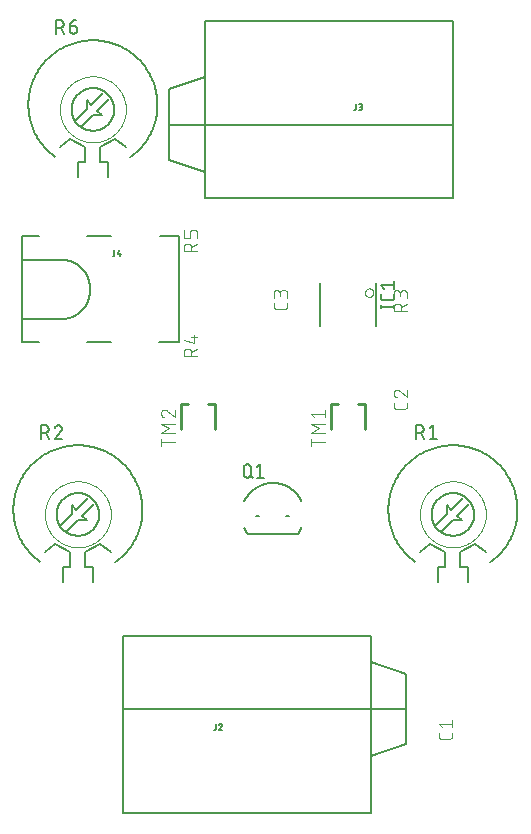
<source format=gbr>
G04 EAGLE Gerber RS-274X export*
G75*
%MOMM*%
%FSLAX34Y34*%
%LPD*%
%INSilkscreen Top*%
%IPPOS*%
%AMOC8*
5,1,8,0,0,1.08239X$1,22.5*%
G01*
%ADD10C,0.101600*%
%ADD11C,0.152400*%
%ADD12C,0.050800*%
%ADD13C,0.127000*%
%ADD14C,0.203200*%
%ADD15C,0.254000*%


D10*
X367792Y69201D02*
X367792Y66604D01*
X367790Y66505D01*
X367784Y66405D01*
X367775Y66306D01*
X367762Y66208D01*
X367745Y66110D01*
X367724Y66012D01*
X367699Y65916D01*
X367671Y65821D01*
X367639Y65727D01*
X367604Y65634D01*
X367565Y65542D01*
X367522Y65452D01*
X367477Y65364D01*
X367427Y65277D01*
X367375Y65193D01*
X367319Y65110D01*
X367261Y65030D01*
X367199Y64952D01*
X367134Y64877D01*
X367066Y64804D01*
X366996Y64734D01*
X366923Y64666D01*
X366848Y64601D01*
X366770Y64539D01*
X366690Y64481D01*
X366607Y64425D01*
X366523Y64373D01*
X366436Y64323D01*
X366348Y64278D01*
X366258Y64235D01*
X366166Y64196D01*
X366073Y64161D01*
X365979Y64129D01*
X365884Y64101D01*
X365788Y64076D01*
X365690Y64055D01*
X365592Y64038D01*
X365494Y64025D01*
X365395Y64016D01*
X365295Y64010D01*
X365196Y64008D01*
X358704Y64008D01*
X358605Y64010D01*
X358505Y64016D01*
X358406Y64025D01*
X358308Y64038D01*
X358210Y64056D01*
X358112Y64076D01*
X358016Y64101D01*
X357920Y64129D01*
X357826Y64161D01*
X357733Y64196D01*
X357642Y64235D01*
X357552Y64278D01*
X357463Y64323D01*
X357377Y64373D01*
X357292Y64425D01*
X357210Y64481D01*
X357130Y64540D01*
X357052Y64601D01*
X356976Y64666D01*
X356903Y64734D01*
X356833Y64804D01*
X356765Y64877D01*
X356700Y64953D01*
X356639Y65031D01*
X356580Y65111D01*
X356524Y65193D01*
X356472Y65278D01*
X356423Y65364D01*
X356377Y65453D01*
X356334Y65543D01*
X356295Y65634D01*
X356260Y65727D01*
X356228Y65821D01*
X356200Y65917D01*
X356175Y66013D01*
X356155Y66111D01*
X356137Y66209D01*
X356124Y66307D01*
X356115Y66406D01*
X356109Y66505D01*
X356107Y66605D01*
X356108Y66604D02*
X356108Y69201D01*
X358704Y73566D02*
X356108Y76812D01*
X367792Y76812D01*
X367792Y80057D02*
X367792Y73566D01*
X329692Y346004D02*
X329692Y348601D01*
X329692Y346004D02*
X329690Y345905D01*
X329684Y345805D01*
X329675Y345706D01*
X329662Y345608D01*
X329645Y345510D01*
X329624Y345412D01*
X329599Y345316D01*
X329571Y345221D01*
X329539Y345127D01*
X329504Y345034D01*
X329465Y344942D01*
X329422Y344852D01*
X329377Y344764D01*
X329327Y344677D01*
X329275Y344593D01*
X329219Y344510D01*
X329161Y344430D01*
X329099Y344352D01*
X329034Y344277D01*
X328966Y344204D01*
X328896Y344134D01*
X328823Y344066D01*
X328748Y344001D01*
X328670Y343939D01*
X328590Y343881D01*
X328507Y343825D01*
X328423Y343773D01*
X328336Y343723D01*
X328248Y343678D01*
X328158Y343635D01*
X328066Y343596D01*
X327973Y343561D01*
X327879Y343529D01*
X327784Y343501D01*
X327688Y343476D01*
X327590Y343455D01*
X327492Y343438D01*
X327394Y343425D01*
X327295Y343416D01*
X327195Y343410D01*
X327096Y343408D01*
X320604Y343408D01*
X320505Y343410D01*
X320405Y343416D01*
X320306Y343425D01*
X320208Y343438D01*
X320110Y343456D01*
X320012Y343476D01*
X319916Y343501D01*
X319820Y343529D01*
X319726Y343561D01*
X319633Y343596D01*
X319542Y343635D01*
X319452Y343678D01*
X319363Y343723D01*
X319277Y343773D01*
X319192Y343825D01*
X319110Y343881D01*
X319030Y343940D01*
X318952Y344001D01*
X318876Y344066D01*
X318803Y344134D01*
X318733Y344204D01*
X318665Y344277D01*
X318600Y344353D01*
X318539Y344431D01*
X318480Y344511D01*
X318424Y344593D01*
X318372Y344678D01*
X318323Y344764D01*
X318277Y344853D01*
X318234Y344943D01*
X318195Y345034D01*
X318160Y345127D01*
X318128Y345221D01*
X318100Y345317D01*
X318075Y345413D01*
X318055Y345511D01*
X318037Y345609D01*
X318024Y345707D01*
X318015Y345806D01*
X318009Y345905D01*
X318007Y346005D01*
X318008Y346004D02*
X318008Y348601D01*
X318008Y356536D02*
X318010Y356643D01*
X318016Y356749D01*
X318026Y356855D01*
X318039Y356961D01*
X318057Y357067D01*
X318078Y357171D01*
X318103Y357275D01*
X318132Y357378D01*
X318164Y357479D01*
X318201Y357579D01*
X318241Y357678D01*
X318284Y357776D01*
X318331Y357872D01*
X318382Y357966D01*
X318436Y358058D01*
X318493Y358148D01*
X318553Y358236D01*
X318617Y358321D01*
X318684Y358404D01*
X318754Y358485D01*
X318826Y358563D01*
X318902Y358639D01*
X318980Y358711D01*
X319061Y358781D01*
X319144Y358848D01*
X319229Y358912D01*
X319317Y358972D01*
X319407Y359029D01*
X319499Y359083D01*
X319593Y359134D01*
X319689Y359181D01*
X319787Y359224D01*
X319886Y359264D01*
X319986Y359301D01*
X320087Y359333D01*
X320190Y359362D01*
X320294Y359387D01*
X320398Y359408D01*
X320504Y359426D01*
X320610Y359439D01*
X320716Y359449D01*
X320822Y359455D01*
X320929Y359457D01*
X318008Y356536D02*
X318010Y356415D01*
X318016Y356294D01*
X318026Y356174D01*
X318039Y356053D01*
X318057Y355934D01*
X318078Y355814D01*
X318103Y355696D01*
X318132Y355579D01*
X318165Y355462D01*
X318201Y355347D01*
X318242Y355233D01*
X318285Y355120D01*
X318333Y355008D01*
X318384Y354899D01*
X318439Y354791D01*
X318497Y354684D01*
X318558Y354580D01*
X318623Y354478D01*
X318691Y354378D01*
X318762Y354280D01*
X318836Y354184D01*
X318913Y354091D01*
X318994Y354001D01*
X319077Y353913D01*
X319163Y353828D01*
X319252Y353745D01*
X319343Y353666D01*
X319437Y353589D01*
X319533Y353516D01*
X319631Y353446D01*
X319732Y353379D01*
X319835Y353315D01*
X319940Y353255D01*
X320047Y353197D01*
X320155Y353144D01*
X320265Y353094D01*
X320377Y353048D01*
X320490Y353005D01*
X320605Y352966D01*
X323201Y358483D02*
X323123Y358562D01*
X323043Y358638D01*
X322960Y358711D01*
X322874Y358781D01*
X322787Y358848D01*
X322696Y358912D01*
X322604Y358972D01*
X322510Y359030D01*
X322413Y359084D01*
X322315Y359134D01*
X322215Y359181D01*
X322114Y359225D01*
X322011Y359265D01*
X321906Y359301D01*
X321801Y359333D01*
X321694Y359362D01*
X321587Y359387D01*
X321478Y359409D01*
X321369Y359426D01*
X321260Y359440D01*
X321150Y359449D01*
X321039Y359455D01*
X320929Y359457D01*
X323201Y358484D02*
X329692Y352966D01*
X329692Y359457D01*
X228092Y430539D02*
X228092Y433136D01*
X228092Y430539D02*
X228090Y430440D01*
X228084Y430340D01*
X228075Y430241D01*
X228062Y430143D01*
X228045Y430045D01*
X228024Y429947D01*
X227999Y429851D01*
X227971Y429756D01*
X227939Y429662D01*
X227904Y429569D01*
X227865Y429477D01*
X227822Y429387D01*
X227777Y429299D01*
X227727Y429212D01*
X227675Y429128D01*
X227619Y429045D01*
X227561Y428965D01*
X227499Y428887D01*
X227434Y428812D01*
X227366Y428739D01*
X227296Y428669D01*
X227223Y428601D01*
X227148Y428536D01*
X227070Y428474D01*
X226990Y428416D01*
X226907Y428360D01*
X226823Y428308D01*
X226736Y428258D01*
X226648Y428213D01*
X226558Y428170D01*
X226466Y428131D01*
X226373Y428096D01*
X226279Y428064D01*
X226184Y428036D01*
X226088Y428011D01*
X225990Y427990D01*
X225892Y427973D01*
X225794Y427960D01*
X225695Y427951D01*
X225595Y427945D01*
X225496Y427943D01*
X219004Y427943D01*
X219004Y427942D02*
X218905Y427944D01*
X218805Y427950D01*
X218706Y427959D01*
X218608Y427972D01*
X218510Y427990D01*
X218412Y428010D01*
X218316Y428035D01*
X218220Y428063D01*
X218126Y428095D01*
X218033Y428130D01*
X217942Y428169D01*
X217852Y428212D01*
X217763Y428257D01*
X217677Y428307D01*
X217592Y428359D01*
X217510Y428415D01*
X217430Y428474D01*
X217352Y428535D01*
X217276Y428600D01*
X217203Y428668D01*
X217133Y428738D01*
X217065Y428811D01*
X217000Y428887D01*
X216939Y428965D01*
X216880Y429045D01*
X216824Y429127D01*
X216772Y429212D01*
X216723Y429298D01*
X216677Y429387D01*
X216634Y429477D01*
X216595Y429568D01*
X216560Y429661D01*
X216528Y429755D01*
X216500Y429851D01*
X216475Y429947D01*
X216455Y430045D01*
X216437Y430143D01*
X216424Y430241D01*
X216415Y430340D01*
X216409Y430439D01*
X216407Y430539D01*
X216408Y430539D02*
X216408Y433136D01*
X228092Y437501D02*
X228092Y440746D01*
X228090Y440859D01*
X228084Y440972D01*
X228074Y441085D01*
X228060Y441198D01*
X228043Y441310D01*
X228021Y441421D01*
X227996Y441531D01*
X227966Y441641D01*
X227933Y441749D01*
X227896Y441856D01*
X227856Y441962D01*
X227811Y442066D01*
X227763Y442169D01*
X227712Y442270D01*
X227657Y442369D01*
X227599Y442466D01*
X227537Y442561D01*
X227472Y442654D01*
X227404Y442744D01*
X227333Y442832D01*
X227258Y442918D01*
X227181Y443001D01*
X227101Y443081D01*
X227018Y443158D01*
X226932Y443233D01*
X226844Y443304D01*
X226754Y443372D01*
X226661Y443437D01*
X226566Y443499D01*
X226469Y443557D01*
X226370Y443612D01*
X226269Y443663D01*
X226166Y443711D01*
X226062Y443756D01*
X225956Y443796D01*
X225849Y443833D01*
X225741Y443866D01*
X225631Y443896D01*
X225521Y443921D01*
X225410Y443943D01*
X225298Y443960D01*
X225185Y443974D01*
X225072Y443984D01*
X224959Y443990D01*
X224846Y443992D01*
X224733Y443990D01*
X224620Y443984D01*
X224507Y443974D01*
X224394Y443960D01*
X224282Y443943D01*
X224171Y443921D01*
X224061Y443896D01*
X223951Y443866D01*
X223843Y443833D01*
X223736Y443796D01*
X223630Y443756D01*
X223526Y443711D01*
X223423Y443663D01*
X223322Y443612D01*
X223223Y443557D01*
X223126Y443499D01*
X223031Y443437D01*
X222938Y443372D01*
X222848Y443304D01*
X222760Y443233D01*
X222674Y443158D01*
X222591Y443081D01*
X222511Y443001D01*
X222434Y442918D01*
X222359Y442832D01*
X222288Y442744D01*
X222220Y442654D01*
X222155Y442561D01*
X222093Y442466D01*
X222035Y442369D01*
X221980Y442270D01*
X221929Y442169D01*
X221881Y442066D01*
X221836Y441962D01*
X221796Y441856D01*
X221759Y441749D01*
X221726Y441641D01*
X221696Y441531D01*
X221671Y441421D01*
X221649Y441310D01*
X221632Y441198D01*
X221618Y441085D01*
X221608Y440972D01*
X221602Y440859D01*
X221600Y440746D01*
X216408Y441396D02*
X216408Y437501D01*
X216408Y441396D02*
X216410Y441497D01*
X216416Y441597D01*
X216426Y441697D01*
X216439Y441797D01*
X216457Y441896D01*
X216478Y441995D01*
X216503Y442092D01*
X216532Y442189D01*
X216565Y442284D01*
X216601Y442378D01*
X216641Y442470D01*
X216684Y442561D01*
X216731Y442650D01*
X216781Y442737D01*
X216835Y442823D01*
X216892Y442906D01*
X216952Y442986D01*
X217015Y443065D01*
X217082Y443141D01*
X217151Y443214D01*
X217223Y443284D01*
X217297Y443352D01*
X217374Y443417D01*
X217454Y443478D01*
X217536Y443537D01*
X217620Y443592D01*
X217706Y443644D01*
X217794Y443693D01*
X217884Y443738D01*
X217976Y443780D01*
X218069Y443818D01*
X218164Y443852D01*
X218259Y443883D01*
X218356Y443910D01*
X218454Y443933D01*
X218553Y443953D01*
X218653Y443968D01*
X218753Y443980D01*
X218853Y443988D01*
X218954Y443992D01*
X219054Y443992D01*
X219155Y443988D01*
X219255Y443980D01*
X219355Y443968D01*
X219455Y443953D01*
X219554Y443933D01*
X219652Y443910D01*
X219749Y443883D01*
X219844Y443852D01*
X219939Y443818D01*
X220032Y443780D01*
X220124Y443738D01*
X220214Y443693D01*
X220302Y443644D01*
X220388Y443592D01*
X220472Y443537D01*
X220554Y443478D01*
X220634Y443417D01*
X220711Y443352D01*
X220785Y443284D01*
X220857Y443214D01*
X220926Y443141D01*
X220993Y443065D01*
X221056Y442986D01*
X221116Y442906D01*
X221173Y442823D01*
X221227Y442737D01*
X221277Y442650D01*
X221324Y442561D01*
X221367Y442470D01*
X221407Y442378D01*
X221443Y442284D01*
X221476Y442189D01*
X221505Y442092D01*
X221530Y441995D01*
X221551Y441896D01*
X221569Y441797D01*
X221582Y441697D01*
X221592Y441597D01*
X221598Y441497D01*
X221600Y441396D01*
X221601Y441396D02*
X221601Y438799D01*
D11*
X255780Y449830D02*
X255780Y413770D01*
X303020Y413770D02*
X303020Y449830D01*
D12*
X293878Y441706D02*
X293880Y441825D01*
X293886Y441944D01*
X293896Y442062D01*
X293910Y442180D01*
X293928Y442297D01*
X293949Y442414D01*
X293975Y442530D01*
X294004Y442645D01*
X294038Y442760D01*
X294075Y442872D01*
X294116Y442984D01*
X294160Y443094D01*
X294208Y443203D01*
X294260Y443310D01*
X294316Y443415D01*
X294374Y443518D01*
X294437Y443619D01*
X294502Y443719D01*
X294571Y443815D01*
X294643Y443910D01*
X294718Y444002D01*
X294797Y444091D01*
X294878Y444178D01*
X294962Y444262D01*
X295049Y444343D01*
X295138Y444422D01*
X295230Y444497D01*
X295325Y444569D01*
X295421Y444638D01*
X295521Y444703D01*
X295622Y444766D01*
X295725Y444824D01*
X295830Y444880D01*
X295937Y444932D01*
X296046Y444980D01*
X296156Y445024D01*
X296268Y445065D01*
X296380Y445102D01*
X296495Y445136D01*
X296610Y445165D01*
X296726Y445191D01*
X296843Y445212D01*
X296960Y445230D01*
X297078Y445244D01*
X297196Y445254D01*
X297315Y445260D01*
X297434Y445262D01*
X297553Y445260D01*
X297672Y445254D01*
X297790Y445244D01*
X297908Y445230D01*
X298025Y445212D01*
X298142Y445191D01*
X298258Y445165D01*
X298373Y445136D01*
X298488Y445102D01*
X298600Y445065D01*
X298712Y445024D01*
X298822Y444980D01*
X298931Y444932D01*
X299038Y444880D01*
X299143Y444824D01*
X299246Y444766D01*
X299347Y444703D01*
X299447Y444638D01*
X299543Y444569D01*
X299638Y444497D01*
X299730Y444422D01*
X299819Y444343D01*
X299906Y444262D01*
X299990Y444178D01*
X300071Y444091D01*
X300150Y444002D01*
X300225Y443910D01*
X300297Y443815D01*
X300366Y443719D01*
X300431Y443619D01*
X300494Y443518D01*
X300552Y443415D01*
X300608Y443310D01*
X300660Y443203D01*
X300708Y443094D01*
X300752Y442984D01*
X300793Y442872D01*
X300830Y442760D01*
X300864Y442645D01*
X300893Y442530D01*
X300919Y442414D01*
X300940Y442297D01*
X300958Y442180D01*
X300972Y442062D01*
X300982Y441944D01*
X300988Y441825D01*
X300990Y441706D01*
X300988Y441587D01*
X300982Y441468D01*
X300972Y441350D01*
X300958Y441232D01*
X300940Y441115D01*
X300919Y440998D01*
X300893Y440882D01*
X300864Y440767D01*
X300830Y440652D01*
X300793Y440540D01*
X300752Y440428D01*
X300708Y440318D01*
X300660Y440209D01*
X300608Y440102D01*
X300552Y439997D01*
X300494Y439894D01*
X300431Y439793D01*
X300366Y439693D01*
X300297Y439597D01*
X300225Y439502D01*
X300150Y439410D01*
X300071Y439321D01*
X299990Y439234D01*
X299906Y439150D01*
X299819Y439069D01*
X299730Y438990D01*
X299638Y438915D01*
X299543Y438843D01*
X299447Y438774D01*
X299347Y438709D01*
X299246Y438646D01*
X299143Y438588D01*
X299038Y438532D01*
X298931Y438480D01*
X298822Y438432D01*
X298712Y438388D01*
X298600Y438347D01*
X298488Y438310D01*
X298373Y438276D01*
X298258Y438247D01*
X298142Y438221D01*
X298025Y438200D01*
X297908Y438182D01*
X297790Y438168D01*
X297672Y438158D01*
X297553Y438152D01*
X297434Y438150D01*
X297315Y438152D01*
X297196Y438158D01*
X297078Y438168D01*
X296960Y438182D01*
X296843Y438200D01*
X296726Y438221D01*
X296610Y438247D01*
X296495Y438276D01*
X296380Y438310D01*
X296268Y438347D01*
X296156Y438388D01*
X296046Y438432D01*
X295937Y438480D01*
X295830Y438532D01*
X295725Y438588D01*
X295622Y438646D01*
X295521Y438709D01*
X295421Y438774D01*
X295325Y438843D01*
X295230Y438915D01*
X295138Y438990D01*
X295049Y439069D01*
X294962Y439150D01*
X294878Y439234D01*
X294797Y439321D01*
X294718Y439410D01*
X294643Y439502D01*
X294571Y439597D01*
X294502Y439693D01*
X294437Y439793D01*
X294374Y439894D01*
X294316Y439997D01*
X294260Y440102D01*
X294208Y440209D01*
X294160Y440318D01*
X294116Y440428D01*
X294075Y440540D01*
X294038Y440652D01*
X294004Y440767D01*
X293975Y440882D01*
X293949Y440998D01*
X293928Y441115D01*
X293910Y441232D01*
X293896Y441350D01*
X293886Y441468D01*
X293880Y441587D01*
X293878Y441706D01*
D13*
X307340Y429641D02*
X318770Y429641D01*
X318770Y428371D02*
X318770Y430911D01*
X307340Y430911D02*
X307340Y428371D01*
X318770Y438113D02*
X318770Y440653D01*
X318770Y438113D02*
X318768Y438013D01*
X318762Y437914D01*
X318752Y437814D01*
X318739Y437716D01*
X318721Y437617D01*
X318700Y437520D01*
X318675Y437424D01*
X318646Y437328D01*
X318613Y437234D01*
X318577Y437141D01*
X318537Y437050D01*
X318493Y436960D01*
X318446Y436872D01*
X318396Y436786D01*
X318342Y436702D01*
X318285Y436620D01*
X318225Y436541D01*
X318161Y436463D01*
X318095Y436389D01*
X318026Y436317D01*
X317954Y436248D01*
X317880Y436182D01*
X317802Y436118D01*
X317723Y436058D01*
X317641Y436001D01*
X317557Y435947D01*
X317471Y435897D01*
X317383Y435850D01*
X317293Y435806D01*
X317202Y435766D01*
X317109Y435730D01*
X317015Y435697D01*
X316919Y435668D01*
X316823Y435643D01*
X316726Y435622D01*
X316627Y435604D01*
X316529Y435591D01*
X316429Y435581D01*
X316330Y435575D01*
X316230Y435573D01*
X309880Y435573D01*
X309780Y435575D01*
X309681Y435581D01*
X309581Y435591D01*
X309483Y435604D01*
X309384Y435622D01*
X309287Y435643D01*
X309191Y435668D01*
X309095Y435697D01*
X309001Y435730D01*
X308908Y435766D01*
X308817Y435806D01*
X308727Y435850D01*
X308639Y435897D01*
X308553Y435947D01*
X308469Y436001D01*
X308387Y436058D01*
X308308Y436118D01*
X308230Y436182D01*
X308156Y436248D01*
X308084Y436317D01*
X308015Y436389D01*
X307949Y436463D01*
X307885Y436541D01*
X307825Y436620D01*
X307768Y436702D01*
X307714Y436786D01*
X307664Y436872D01*
X307617Y436960D01*
X307573Y437050D01*
X307533Y437141D01*
X307497Y437234D01*
X307464Y437328D01*
X307435Y437424D01*
X307410Y437520D01*
X307389Y437617D01*
X307371Y437716D01*
X307358Y437814D01*
X307348Y437914D01*
X307342Y438013D01*
X307340Y438113D01*
X307340Y440653D01*
X309880Y445135D02*
X307340Y448310D01*
X318770Y448310D01*
X318770Y445135D02*
X318770Y451485D01*
X88900Y151200D02*
X88900Y1200D01*
D14*
X298900Y1200D01*
X298900Y49200D01*
X298900Y129200D01*
X298900Y151200D01*
X88900Y151200D01*
X89850Y89200D02*
X328900Y89200D01*
X328900Y119200D01*
X328900Y89200D02*
X328900Y59200D01*
X328900Y119200D02*
X298900Y129200D01*
X328900Y59200D02*
X298900Y49200D01*
D13*
X167344Y72827D02*
X167344Y76581D01*
X167343Y72827D02*
X167341Y72762D01*
X167335Y72698D01*
X167325Y72634D01*
X167312Y72570D01*
X167294Y72508D01*
X167273Y72447D01*
X167249Y72387D01*
X167220Y72329D01*
X167188Y72272D01*
X167153Y72218D01*
X167115Y72166D01*
X167073Y72116D01*
X167029Y72069D01*
X166982Y72025D01*
X166932Y71983D01*
X166880Y71945D01*
X166826Y71910D01*
X166769Y71878D01*
X166711Y71849D01*
X166651Y71825D01*
X166590Y71804D01*
X166528Y71786D01*
X166464Y71773D01*
X166400Y71763D01*
X166336Y71757D01*
X166271Y71755D01*
X165735Y71755D01*
X171766Y76581D02*
X171834Y76579D01*
X171901Y76573D01*
X171968Y76564D01*
X172035Y76551D01*
X172100Y76534D01*
X172165Y76513D01*
X172228Y76489D01*
X172290Y76461D01*
X172350Y76430D01*
X172408Y76396D01*
X172464Y76358D01*
X172519Y76318D01*
X172570Y76274D01*
X172619Y76227D01*
X172666Y76178D01*
X172710Y76127D01*
X172750Y76072D01*
X172788Y76016D01*
X172822Y75958D01*
X172853Y75898D01*
X172881Y75836D01*
X172905Y75773D01*
X172926Y75708D01*
X172943Y75643D01*
X172956Y75576D01*
X172965Y75509D01*
X172971Y75442D01*
X172973Y75374D01*
X171766Y76581D02*
X171688Y76579D01*
X171610Y76573D01*
X171533Y76563D01*
X171456Y76550D01*
X171380Y76532D01*
X171305Y76511D01*
X171231Y76486D01*
X171159Y76457D01*
X171088Y76425D01*
X171019Y76389D01*
X170951Y76350D01*
X170886Y76307D01*
X170823Y76261D01*
X170762Y76212D01*
X170704Y76160D01*
X170649Y76105D01*
X170596Y76048D01*
X170547Y75988D01*
X170500Y75925D01*
X170457Y75861D01*
X170417Y75794D01*
X170380Y75725D01*
X170347Y75654D01*
X170317Y75582D01*
X170291Y75509D01*
X172571Y74436D02*
X172620Y74485D01*
X172667Y74537D01*
X172710Y74592D01*
X172751Y74649D01*
X172789Y74708D01*
X172823Y74769D01*
X172854Y74832D01*
X172882Y74896D01*
X172906Y74962D01*
X172926Y75028D01*
X172943Y75096D01*
X172956Y75165D01*
X172965Y75234D01*
X172971Y75304D01*
X172973Y75374D01*
X172571Y74436D02*
X170292Y71755D01*
X172973Y71755D01*
X368300Y521900D02*
X368300Y671900D01*
D14*
X158300Y671900D01*
X158300Y623900D01*
X158300Y543900D01*
X158300Y521900D01*
X368300Y521900D01*
X367350Y583900D02*
X128300Y583900D01*
X128300Y553900D01*
X128300Y583900D02*
X128300Y613900D01*
X128300Y553900D02*
X158300Y543900D01*
X128300Y613900D02*
X158300Y623900D01*
D13*
X285836Y601345D02*
X285836Y597591D01*
X285834Y597526D01*
X285828Y597462D01*
X285818Y597398D01*
X285805Y597334D01*
X285787Y597272D01*
X285766Y597211D01*
X285742Y597151D01*
X285713Y597093D01*
X285681Y597036D01*
X285646Y596982D01*
X285608Y596930D01*
X285566Y596880D01*
X285522Y596833D01*
X285475Y596789D01*
X285425Y596747D01*
X285373Y596709D01*
X285319Y596674D01*
X285262Y596642D01*
X285204Y596613D01*
X285144Y596589D01*
X285083Y596568D01*
X285021Y596550D01*
X284957Y596537D01*
X284893Y596527D01*
X284829Y596521D01*
X284764Y596519D01*
X284227Y596519D01*
X288784Y596519D02*
X290124Y596519D01*
X290195Y596521D01*
X290267Y596527D01*
X290337Y596536D01*
X290407Y596549D01*
X290477Y596566D01*
X290545Y596587D01*
X290612Y596611D01*
X290678Y596639D01*
X290742Y596670D01*
X290805Y596705D01*
X290865Y596743D01*
X290924Y596784D01*
X290980Y596828D01*
X291034Y596875D01*
X291085Y596924D01*
X291133Y596977D01*
X291179Y597032D01*
X291221Y597089D01*
X291261Y597149D01*
X291297Y597210D01*
X291330Y597274D01*
X291359Y597339D01*
X291385Y597405D01*
X291408Y597473D01*
X291427Y597542D01*
X291442Y597612D01*
X291453Y597682D01*
X291461Y597753D01*
X291465Y597824D01*
X291465Y597896D01*
X291461Y597967D01*
X291453Y598038D01*
X291442Y598108D01*
X291427Y598178D01*
X291408Y598247D01*
X291385Y598315D01*
X291359Y598381D01*
X291330Y598446D01*
X291297Y598510D01*
X291261Y598571D01*
X291221Y598631D01*
X291179Y598688D01*
X291133Y598743D01*
X291085Y598796D01*
X291034Y598845D01*
X290980Y598892D01*
X290924Y598936D01*
X290865Y598977D01*
X290805Y599015D01*
X290742Y599050D01*
X290678Y599081D01*
X290612Y599109D01*
X290545Y599133D01*
X290477Y599154D01*
X290407Y599171D01*
X290337Y599184D01*
X290267Y599193D01*
X290195Y599199D01*
X290124Y599201D01*
X290393Y601345D02*
X288784Y601345D01*
X290393Y601345D02*
X290458Y601343D01*
X290522Y601337D01*
X290586Y601327D01*
X290650Y601314D01*
X290712Y601296D01*
X290773Y601275D01*
X290833Y601251D01*
X290891Y601222D01*
X290948Y601190D01*
X291002Y601155D01*
X291054Y601117D01*
X291104Y601075D01*
X291151Y601031D01*
X291195Y600984D01*
X291237Y600934D01*
X291275Y600882D01*
X291310Y600828D01*
X291342Y600771D01*
X291371Y600713D01*
X291395Y600653D01*
X291416Y600592D01*
X291434Y600530D01*
X291447Y600466D01*
X291457Y600402D01*
X291463Y600338D01*
X291465Y600273D01*
X291463Y600208D01*
X291457Y600144D01*
X291447Y600080D01*
X291434Y600016D01*
X291416Y599954D01*
X291395Y599893D01*
X291371Y599833D01*
X291342Y599775D01*
X291310Y599718D01*
X291275Y599664D01*
X291237Y599612D01*
X291195Y599562D01*
X291151Y599515D01*
X291104Y599471D01*
X291054Y599429D01*
X291002Y599391D01*
X290948Y599356D01*
X290891Y599324D01*
X290833Y599295D01*
X290773Y599271D01*
X290712Y599250D01*
X290650Y599232D01*
X290586Y599219D01*
X290522Y599209D01*
X290458Y599203D01*
X290393Y599201D01*
X290393Y599200D02*
X289320Y599200D01*
D14*
X136100Y489500D02*
X136100Y399500D01*
X3100Y469500D02*
X3100Y489500D01*
X3100Y469500D02*
X3100Y419500D01*
X3100Y399500D01*
X3100Y469500D02*
X38100Y469500D01*
X38678Y469467D01*
X39255Y469420D01*
X39831Y469360D01*
X40405Y469285D01*
X40977Y469197D01*
X41546Y469094D01*
X42114Y468978D01*
X42678Y468849D01*
X43239Y468705D01*
X43796Y468549D01*
X44349Y468378D01*
X44898Y468195D01*
X45442Y467998D01*
X45982Y467788D01*
X46516Y467566D01*
X47045Y467330D01*
X47568Y467082D01*
X48085Y466821D01*
X48595Y466547D01*
X49098Y466262D01*
X49595Y465964D01*
X50084Y465655D01*
X50565Y465333D01*
X51039Y465000D01*
X51504Y464656D01*
X51961Y464301D01*
X52410Y463935D01*
X52849Y463558D01*
X53279Y463170D01*
X53699Y462772D01*
X54110Y462365D01*
X54511Y461947D01*
X54902Y461520D01*
X55282Y461083D01*
X55651Y460638D01*
X56010Y460183D01*
X56358Y459720D01*
X56694Y459249D01*
X57019Y458770D01*
X57332Y458283D01*
X57633Y457789D01*
X57922Y457288D01*
X58199Y456779D01*
X58464Y456264D01*
X58716Y455743D01*
X58956Y455216D01*
X59182Y454684D01*
X59396Y454146D01*
X59597Y453603D01*
X59784Y453055D01*
X59959Y452503D01*
X60120Y451947D01*
X60267Y451387D01*
X60401Y450824D01*
X60521Y450258D01*
X60627Y449689D01*
X60720Y449118D01*
X60799Y448544D01*
X60864Y447969D01*
X60915Y447392D01*
X60952Y446815D01*
X60975Y446236D01*
X60984Y445657D01*
X60979Y445079D01*
X60960Y444500D01*
X60979Y443921D01*
X60984Y443343D01*
X60975Y442764D01*
X60952Y442185D01*
X60915Y441608D01*
X60864Y441031D01*
X60799Y440456D01*
X60720Y439882D01*
X60627Y439311D01*
X60521Y438742D01*
X60401Y438176D01*
X60267Y437613D01*
X60120Y437053D01*
X59959Y436497D01*
X59784Y435945D01*
X59597Y435397D01*
X59396Y434854D01*
X59182Y434316D01*
X58956Y433784D01*
X58716Y433257D01*
X58464Y432736D01*
X58199Y432221D01*
X57922Y431712D01*
X57633Y431211D01*
X57332Y430717D01*
X57019Y430230D01*
X56694Y429751D01*
X56358Y429280D01*
X56010Y428817D01*
X55651Y428362D01*
X55282Y427917D01*
X54902Y427480D01*
X54511Y427053D01*
X54110Y426635D01*
X53699Y426228D01*
X53279Y425830D01*
X52849Y425442D01*
X52410Y425065D01*
X51961Y424699D01*
X51504Y424344D01*
X51039Y424000D01*
X50565Y423667D01*
X50084Y423345D01*
X49595Y423036D01*
X49098Y422738D01*
X48595Y422453D01*
X48085Y422179D01*
X47568Y421918D01*
X47045Y421670D01*
X46516Y421434D01*
X45982Y421212D01*
X45442Y421002D01*
X44898Y420805D01*
X44349Y420622D01*
X43796Y420451D01*
X43239Y420295D01*
X42678Y420151D01*
X42114Y420022D01*
X41546Y419906D01*
X40977Y419803D01*
X40405Y419715D01*
X39831Y419640D01*
X39255Y419580D01*
X38678Y419533D01*
X38100Y419500D01*
X3100Y419500D01*
X3100Y489500D02*
X18100Y489500D01*
X58100Y489500D02*
X79100Y489500D01*
X120100Y489500D02*
X136100Y489500D01*
X136100Y399500D02*
X119100Y399500D01*
X79100Y399500D02*
X58100Y399500D01*
X18100Y399500D02*
X3100Y399500D01*
D13*
X81746Y474147D02*
X81746Y477901D01*
X81745Y474147D02*
X81743Y474082D01*
X81737Y474018D01*
X81727Y473954D01*
X81714Y473890D01*
X81696Y473828D01*
X81675Y473767D01*
X81651Y473707D01*
X81622Y473649D01*
X81590Y473592D01*
X81555Y473538D01*
X81517Y473486D01*
X81475Y473436D01*
X81431Y473389D01*
X81384Y473345D01*
X81334Y473303D01*
X81282Y473265D01*
X81228Y473230D01*
X81171Y473198D01*
X81113Y473169D01*
X81053Y473145D01*
X80992Y473124D01*
X80930Y473106D01*
X80866Y473093D01*
X80802Y473083D01*
X80738Y473077D01*
X80673Y473075D01*
X80137Y473075D01*
X84694Y474147D02*
X85766Y477901D01*
X84694Y474147D02*
X87375Y474147D01*
X86570Y473075D02*
X86570Y475220D01*
X194950Y237490D02*
X236850Y237490D01*
X240030Y265359D02*
X239747Y265943D01*
X239449Y266519D01*
X239138Y267088D01*
X238813Y267649D01*
X238474Y268202D01*
X238122Y268747D01*
X237757Y269283D01*
X237379Y269810D01*
X236988Y270327D01*
X236585Y270835D01*
X236169Y271333D01*
X235742Y271821D01*
X235303Y272298D01*
X234852Y272765D01*
X234390Y273220D01*
X233917Y273664D01*
X233434Y274096D01*
X232940Y274517D01*
X232436Y274925D01*
X231922Y275321D01*
X231399Y275704D01*
X230867Y276075D01*
X230325Y276432D01*
X229776Y276776D01*
X229218Y277107D01*
X228652Y277424D01*
X228079Y277727D01*
X227498Y278016D01*
X226911Y278291D01*
X226317Y278552D01*
X225717Y278798D01*
X225111Y279029D01*
X224499Y279246D01*
X223883Y279447D01*
X223262Y279634D01*
X222636Y279805D01*
X222007Y279961D01*
X221374Y280102D01*
X220737Y280228D01*
X220098Y280337D01*
X219457Y280432D01*
X218813Y280510D01*
X218167Y280573D01*
X217520Y280621D01*
X216873Y280652D01*
X216224Y280668D01*
X215576Y280668D01*
X214927Y280652D01*
X214280Y280621D01*
X213633Y280573D01*
X212987Y280510D01*
X212343Y280432D01*
X211702Y280337D01*
X211063Y280228D01*
X210426Y280102D01*
X209793Y279961D01*
X209164Y279805D01*
X208538Y279634D01*
X207917Y279447D01*
X207301Y279246D01*
X206689Y279029D01*
X206083Y278798D01*
X205483Y278552D01*
X204889Y278291D01*
X204302Y278016D01*
X203721Y277727D01*
X203148Y277424D01*
X202582Y277107D01*
X202024Y276776D01*
X201475Y276432D01*
X200933Y276075D01*
X200401Y275704D01*
X199878Y275321D01*
X199364Y274925D01*
X198860Y274517D01*
X198366Y274096D01*
X197883Y273664D01*
X197410Y273220D01*
X196948Y272765D01*
X196497Y272298D01*
X196058Y271821D01*
X195631Y271333D01*
X195215Y270835D01*
X194812Y270327D01*
X194421Y269810D01*
X194043Y269283D01*
X193678Y268747D01*
X193326Y268202D01*
X192987Y267649D01*
X192662Y267088D01*
X192351Y266519D01*
X192053Y265943D01*
X191770Y265359D01*
X191765Y242641D02*
X192030Y242095D01*
X192307Y241555D01*
X192596Y241022D01*
X192898Y240495D01*
X193211Y239975D01*
X193536Y239462D01*
X193873Y238957D01*
X194221Y238460D01*
X194580Y237971D01*
X194950Y237490D01*
X201860Y252730D02*
X204540Y252730D01*
X227260Y252730D02*
X229940Y252730D01*
X240147Y242882D02*
X239876Y242309D01*
X239591Y241743D01*
X239294Y241184D01*
X238983Y240632D01*
X238658Y240088D01*
X238322Y239552D01*
X237972Y239023D01*
X237610Y238503D01*
X237236Y237992D01*
X236850Y237490D01*
X191135Y288290D02*
X191135Y293370D01*
X191137Y293481D01*
X191143Y293591D01*
X191152Y293702D01*
X191166Y293812D01*
X191183Y293921D01*
X191204Y294030D01*
X191229Y294138D01*
X191258Y294245D01*
X191290Y294351D01*
X191326Y294456D01*
X191366Y294559D01*
X191409Y294661D01*
X191456Y294762D01*
X191507Y294861D01*
X191560Y294958D01*
X191617Y295052D01*
X191678Y295145D01*
X191741Y295236D01*
X191808Y295325D01*
X191878Y295411D01*
X191951Y295494D01*
X192026Y295576D01*
X192104Y295654D01*
X192186Y295729D01*
X192269Y295802D01*
X192355Y295872D01*
X192444Y295939D01*
X192535Y296002D01*
X192628Y296063D01*
X192723Y296120D01*
X192819Y296173D01*
X192918Y296224D01*
X193019Y296271D01*
X193121Y296314D01*
X193224Y296354D01*
X193329Y296390D01*
X193435Y296422D01*
X193542Y296451D01*
X193650Y296476D01*
X193759Y296497D01*
X193868Y296514D01*
X193978Y296528D01*
X194089Y296537D01*
X194199Y296543D01*
X194310Y296545D01*
X194421Y296543D01*
X194531Y296537D01*
X194642Y296528D01*
X194752Y296514D01*
X194861Y296497D01*
X194970Y296476D01*
X195078Y296451D01*
X195185Y296422D01*
X195291Y296390D01*
X195396Y296354D01*
X195499Y296314D01*
X195601Y296271D01*
X195702Y296224D01*
X195801Y296173D01*
X195898Y296120D01*
X195992Y296063D01*
X196085Y296002D01*
X196176Y295939D01*
X196265Y295872D01*
X196351Y295802D01*
X196434Y295729D01*
X196516Y295654D01*
X196594Y295576D01*
X196669Y295494D01*
X196742Y295411D01*
X196812Y295325D01*
X196879Y295236D01*
X196942Y295145D01*
X197003Y295052D01*
X197060Y294958D01*
X197113Y294861D01*
X197164Y294762D01*
X197211Y294661D01*
X197254Y294559D01*
X197294Y294456D01*
X197330Y294351D01*
X197362Y294245D01*
X197391Y294138D01*
X197416Y294030D01*
X197437Y293921D01*
X197454Y293812D01*
X197468Y293702D01*
X197477Y293591D01*
X197483Y293481D01*
X197485Y293370D01*
X197485Y288290D01*
X197483Y288179D01*
X197477Y288069D01*
X197468Y287958D01*
X197454Y287848D01*
X197437Y287739D01*
X197416Y287630D01*
X197391Y287522D01*
X197362Y287415D01*
X197330Y287309D01*
X197294Y287204D01*
X197254Y287101D01*
X197211Y286999D01*
X197164Y286898D01*
X197113Y286799D01*
X197060Y286702D01*
X197003Y286608D01*
X196942Y286515D01*
X196879Y286424D01*
X196812Y286335D01*
X196742Y286249D01*
X196669Y286166D01*
X196594Y286084D01*
X196516Y286006D01*
X196434Y285931D01*
X196351Y285858D01*
X196265Y285788D01*
X196176Y285721D01*
X196085Y285658D01*
X195992Y285597D01*
X195897Y285540D01*
X195801Y285487D01*
X195702Y285436D01*
X195601Y285389D01*
X195499Y285346D01*
X195396Y285306D01*
X195291Y285270D01*
X195185Y285238D01*
X195078Y285209D01*
X194970Y285184D01*
X194861Y285163D01*
X194752Y285146D01*
X194642Y285132D01*
X194531Y285123D01*
X194421Y285117D01*
X194310Y285115D01*
X194199Y285117D01*
X194089Y285123D01*
X193978Y285132D01*
X193868Y285146D01*
X193759Y285163D01*
X193650Y285184D01*
X193542Y285209D01*
X193435Y285238D01*
X193329Y285270D01*
X193224Y285306D01*
X193121Y285346D01*
X193019Y285389D01*
X192918Y285436D01*
X192819Y285487D01*
X192723Y285540D01*
X192628Y285597D01*
X192535Y285658D01*
X192444Y285721D01*
X192355Y285788D01*
X192269Y285858D01*
X192186Y285931D01*
X192104Y286006D01*
X192026Y286084D01*
X191951Y286166D01*
X191878Y286249D01*
X191808Y286335D01*
X191741Y286424D01*
X191678Y286515D01*
X191617Y286608D01*
X191560Y286703D01*
X191507Y286799D01*
X191456Y286898D01*
X191409Y286999D01*
X191366Y287101D01*
X191326Y287204D01*
X191290Y287309D01*
X191258Y287415D01*
X191229Y287522D01*
X191204Y287630D01*
X191183Y287739D01*
X191166Y287848D01*
X191152Y287958D01*
X191143Y288069D01*
X191137Y288179D01*
X191135Y288290D01*
X196215Y287655D02*
X198755Y285115D01*
X202196Y294005D02*
X205371Y296545D01*
X205371Y285115D01*
X202196Y285115D02*
X208546Y285115D01*
X336550Y213360D02*
X335471Y214150D01*
X334413Y214967D01*
X333374Y215809D01*
X332357Y216677D01*
X331360Y217569D01*
X330387Y218485D01*
X329435Y219425D01*
X328507Y220387D01*
X327603Y221373D01*
X326724Y222380D01*
X325869Y223408D01*
X325040Y224457D01*
X324236Y225526D01*
X323459Y226614D01*
X322709Y227721D01*
X321986Y228846D01*
X321291Y229988D01*
X320624Y231147D01*
X319986Y232322D01*
X319377Y233512D01*
X318796Y234717D01*
X318246Y235935D01*
X317726Y237167D01*
X317236Y238411D01*
X316776Y239667D01*
X316347Y240933D01*
X315950Y242210D01*
X315584Y243496D01*
X315249Y244791D01*
X314946Y246093D01*
X314676Y247403D01*
X314437Y248718D01*
X314231Y250039D01*
X314057Y251365D01*
X313915Y252695D01*
X313806Y254027D01*
X313730Y255362D01*
X313686Y256699D01*
X313675Y258036D01*
X313697Y259373D01*
X313752Y260709D01*
X313839Y262043D01*
X313959Y263375D01*
X314112Y264703D01*
X314297Y266028D01*
X314514Y267347D01*
X314764Y268661D01*
X315045Y269968D01*
X315359Y271268D01*
X315704Y272559D01*
X316081Y273842D01*
X316489Y275116D01*
X316928Y276379D01*
X317398Y277631D01*
X317898Y278871D01*
X318429Y280098D01*
X318989Y281312D01*
X319579Y282512D01*
X320198Y283697D01*
X320847Y284867D01*
X321523Y286020D01*
X322227Y287156D01*
X322960Y288275D01*
X323719Y289376D01*
X324505Y290458D01*
X325317Y291520D01*
X326155Y292562D01*
X327018Y293583D01*
X327906Y294583D01*
X328818Y295560D01*
X329754Y296516D01*
X330713Y297447D01*
X331695Y298356D01*
X332698Y299239D01*
X333723Y300098D01*
X334768Y300932D01*
X335834Y301740D01*
X336919Y302521D01*
X338022Y303276D01*
X339144Y304004D01*
X340284Y304703D01*
X341440Y305375D01*
X342612Y306018D01*
X343800Y306633D01*
X345002Y307218D01*
X346219Y307773D01*
X347448Y308299D01*
X348690Y308794D01*
X349944Y309258D01*
X351209Y309692D01*
X352484Y310095D01*
X353768Y310467D01*
X355061Y310807D01*
X356363Y311115D01*
X357671Y311391D01*
X358986Y311635D01*
X360306Y311847D01*
X361631Y312026D01*
X362960Y312173D01*
X364292Y312288D01*
X365627Y312370D01*
X366963Y312419D01*
X368300Y312435D01*
X369637Y312419D01*
X370973Y312370D01*
X372308Y312288D01*
X373640Y312173D01*
X374969Y312026D01*
X376294Y311847D01*
X377614Y311635D01*
X378929Y311391D01*
X380237Y311115D01*
X381539Y310807D01*
X382832Y310467D01*
X384116Y310095D01*
X385391Y309692D01*
X386656Y309258D01*
X387910Y308794D01*
X389152Y308299D01*
X390381Y307773D01*
X391598Y307218D01*
X392800Y306633D01*
X393988Y306018D01*
X395160Y305375D01*
X396316Y304703D01*
X397456Y304004D01*
X398578Y303276D01*
X399681Y302521D01*
X400766Y301740D01*
X401832Y300932D01*
X402877Y300098D01*
X403902Y299239D01*
X404905Y298356D01*
X405887Y297447D01*
X406846Y296516D01*
X407782Y295560D01*
X408694Y294583D01*
X409582Y293583D01*
X410445Y292562D01*
X411283Y291520D01*
X412095Y290458D01*
X412881Y289376D01*
X413640Y288275D01*
X414373Y287156D01*
X415077Y286020D01*
X415753Y284867D01*
X416402Y283697D01*
X417021Y282512D01*
X417611Y281312D01*
X418171Y280098D01*
X418702Y278871D01*
X419202Y277631D01*
X419672Y276379D01*
X420111Y275116D01*
X420519Y273842D01*
X420896Y272559D01*
X421241Y271268D01*
X421555Y269968D01*
X421836Y268661D01*
X422086Y267347D01*
X422303Y266028D01*
X422488Y264703D01*
X422641Y263375D01*
X422761Y262043D01*
X422848Y260709D01*
X422903Y259373D01*
X422925Y258036D01*
X422914Y256699D01*
X422870Y255362D01*
X422794Y254027D01*
X422685Y252695D01*
X422543Y251365D01*
X422369Y250039D01*
X422163Y248718D01*
X421924Y247403D01*
X421654Y246093D01*
X421351Y244791D01*
X421016Y243496D01*
X420650Y242210D01*
X420253Y240933D01*
X419824Y239667D01*
X419364Y238411D01*
X418874Y237167D01*
X418354Y235935D01*
X417804Y234717D01*
X417223Y233512D01*
X416614Y232322D01*
X415976Y231147D01*
X415309Y229988D01*
X414614Y228846D01*
X413891Y227721D01*
X413141Y226614D01*
X412364Y225526D01*
X411560Y224457D01*
X410731Y223408D01*
X409876Y222380D01*
X408997Y221373D01*
X408093Y220387D01*
X407165Y219425D01*
X406213Y218485D01*
X405240Y217569D01*
X404243Y216677D01*
X403226Y215809D01*
X402187Y214967D01*
X401129Y214150D01*
X400050Y213360D01*
X349250Y228600D02*
X340360Y222250D01*
X349250Y228600D02*
X361950Y222250D01*
X361950Y209550D01*
X355600Y209550D01*
X355600Y196850D01*
X381000Y196850D02*
X381000Y209550D01*
X374650Y209550D01*
X374650Y222250D01*
X387350Y228600D01*
X396240Y222250D01*
X367030Y257810D02*
X377190Y267970D01*
X367030Y257810D02*
X363220Y261620D01*
X363220Y254000D01*
X354330Y245110D01*
X372110Y252730D02*
X382270Y262890D01*
X372110Y252730D02*
X375920Y248920D01*
X368300Y248920D01*
X359410Y240030D01*
X350266Y254000D02*
X350271Y254443D01*
X350288Y254885D01*
X350315Y255327D01*
X350353Y255768D01*
X350402Y256208D01*
X350461Y256646D01*
X350532Y257083D01*
X350613Y257518D01*
X350704Y257951D01*
X350806Y258382D01*
X350919Y258810D01*
X351043Y259235D01*
X351176Y259657D01*
X351320Y260075D01*
X351474Y260490D01*
X351639Y260901D01*
X351813Y261308D01*
X351997Y261711D01*
X352192Y262108D01*
X352395Y262501D01*
X352609Y262889D01*
X352832Y263271D01*
X353064Y263648D01*
X353305Y264019D01*
X353556Y264384D01*
X353815Y264743D01*
X354083Y265095D01*
X354360Y265441D01*
X354644Y265779D01*
X354938Y266111D01*
X355239Y266435D01*
X355548Y266752D01*
X355865Y267061D01*
X356189Y267362D01*
X356521Y267656D01*
X356859Y267940D01*
X357205Y268217D01*
X357557Y268485D01*
X357916Y268744D01*
X358281Y268995D01*
X358652Y269236D01*
X359029Y269468D01*
X359411Y269691D01*
X359799Y269905D01*
X360192Y270108D01*
X360589Y270303D01*
X360992Y270487D01*
X361399Y270661D01*
X361810Y270826D01*
X362225Y270980D01*
X362643Y271124D01*
X363065Y271257D01*
X363490Y271381D01*
X363918Y271494D01*
X364349Y271596D01*
X364782Y271687D01*
X365217Y271768D01*
X365654Y271839D01*
X366092Y271898D01*
X366532Y271947D01*
X366973Y271985D01*
X367415Y272012D01*
X367857Y272029D01*
X368300Y272034D01*
X368743Y272029D01*
X369185Y272012D01*
X369627Y271985D01*
X370068Y271947D01*
X370508Y271898D01*
X370946Y271839D01*
X371383Y271768D01*
X371818Y271687D01*
X372251Y271596D01*
X372682Y271494D01*
X373110Y271381D01*
X373535Y271257D01*
X373957Y271124D01*
X374375Y270980D01*
X374790Y270826D01*
X375201Y270661D01*
X375608Y270487D01*
X376011Y270303D01*
X376408Y270108D01*
X376801Y269905D01*
X377189Y269691D01*
X377571Y269468D01*
X377948Y269236D01*
X378319Y268995D01*
X378684Y268744D01*
X379043Y268485D01*
X379395Y268217D01*
X379741Y267940D01*
X380079Y267656D01*
X380411Y267362D01*
X380735Y267061D01*
X381052Y266752D01*
X381361Y266435D01*
X381662Y266111D01*
X381956Y265779D01*
X382240Y265441D01*
X382517Y265095D01*
X382785Y264743D01*
X383044Y264384D01*
X383295Y264019D01*
X383536Y263648D01*
X383768Y263271D01*
X383991Y262889D01*
X384205Y262501D01*
X384408Y262108D01*
X384603Y261711D01*
X384787Y261308D01*
X384961Y260901D01*
X385126Y260490D01*
X385280Y260075D01*
X385424Y259657D01*
X385557Y259235D01*
X385681Y258810D01*
X385794Y258382D01*
X385896Y257951D01*
X385987Y257518D01*
X386068Y257083D01*
X386139Y256646D01*
X386198Y256208D01*
X386247Y255768D01*
X386285Y255327D01*
X386312Y254885D01*
X386329Y254443D01*
X386334Y254000D01*
X386329Y253557D01*
X386312Y253115D01*
X386285Y252673D01*
X386247Y252232D01*
X386198Y251792D01*
X386139Y251354D01*
X386068Y250917D01*
X385987Y250482D01*
X385896Y250049D01*
X385794Y249618D01*
X385681Y249190D01*
X385557Y248765D01*
X385424Y248343D01*
X385280Y247925D01*
X385126Y247510D01*
X384961Y247099D01*
X384787Y246692D01*
X384603Y246289D01*
X384408Y245892D01*
X384205Y245499D01*
X383991Y245111D01*
X383768Y244729D01*
X383536Y244352D01*
X383295Y243981D01*
X383044Y243616D01*
X382785Y243257D01*
X382517Y242905D01*
X382240Y242559D01*
X381956Y242221D01*
X381662Y241889D01*
X381361Y241565D01*
X381052Y241248D01*
X380735Y240939D01*
X380411Y240638D01*
X380079Y240344D01*
X379741Y240060D01*
X379395Y239783D01*
X379043Y239515D01*
X378684Y239256D01*
X378319Y239005D01*
X377948Y238764D01*
X377571Y238532D01*
X377189Y238309D01*
X376801Y238095D01*
X376408Y237892D01*
X376011Y237697D01*
X375608Y237513D01*
X375201Y237339D01*
X374790Y237174D01*
X374375Y237020D01*
X373957Y236876D01*
X373535Y236743D01*
X373110Y236619D01*
X372682Y236506D01*
X372251Y236404D01*
X371818Y236313D01*
X371383Y236232D01*
X370946Y236161D01*
X370508Y236102D01*
X370068Y236053D01*
X369627Y236015D01*
X369185Y235988D01*
X368743Y235971D01*
X368300Y235966D01*
X367857Y235971D01*
X367415Y235988D01*
X366973Y236015D01*
X366532Y236053D01*
X366092Y236102D01*
X365654Y236161D01*
X365217Y236232D01*
X364782Y236313D01*
X364349Y236404D01*
X363918Y236506D01*
X363490Y236619D01*
X363065Y236743D01*
X362643Y236876D01*
X362225Y237020D01*
X361810Y237174D01*
X361399Y237339D01*
X360992Y237513D01*
X360589Y237697D01*
X360192Y237892D01*
X359799Y238095D01*
X359411Y238309D01*
X359029Y238532D01*
X358652Y238764D01*
X358281Y239005D01*
X357916Y239256D01*
X357557Y239515D01*
X357205Y239783D01*
X356859Y240060D01*
X356521Y240344D01*
X356189Y240638D01*
X355865Y240939D01*
X355548Y241248D01*
X355239Y241565D01*
X354938Y241889D01*
X354644Y242221D01*
X354360Y242559D01*
X354083Y242905D01*
X353815Y243257D01*
X353556Y243616D01*
X353305Y243981D01*
X353064Y244352D01*
X352832Y244729D01*
X352609Y245111D01*
X352395Y245499D01*
X352192Y245892D01*
X351997Y246289D01*
X351813Y246692D01*
X351639Y247099D01*
X351474Y247510D01*
X351320Y247925D01*
X351176Y248343D01*
X351043Y248765D01*
X350919Y249190D01*
X350806Y249618D01*
X350704Y250049D01*
X350613Y250482D01*
X350532Y250917D01*
X350461Y251354D01*
X350402Y251792D01*
X350353Y252232D01*
X350315Y252673D01*
X350288Y253115D01*
X350271Y253557D01*
X350266Y254000D01*
D12*
X340360Y254000D02*
X340368Y254686D01*
X340394Y255371D01*
X340436Y256055D01*
X340495Y256739D01*
X340570Y257420D01*
X340662Y258100D01*
X340771Y258777D01*
X340897Y259451D01*
X341039Y260122D01*
X341197Y260789D01*
X341372Y261452D01*
X341563Y262111D01*
X341770Y262764D01*
X341993Y263413D01*
X342232Y264055D01*
X342487Y264692D01*
X342757Y265322D01*
X343043Y265946D01*
X343343Y266562D01*
X343659Y267171D01*
X343990Y267772D01*
X344335Y268364D01*
X344695Y268948D01*
X345069Y269523D01*
X345457Y270088D01*
X345858Y270644D01*
X346274Y271190D01*
X346702Y271725D01*
X347144Y272250D01*
X347598Y272763D01*
X348065Y273266D01*
X348543Y273757D01*
X349034Y274235D01*
X349537Y274702D01*
X350050Y275156D01*
X350575Y275598D01*
X351110Y276026D01*
X351656Y276442D01*
X352212Y276843D01*
X352777Y277231D01*
X353352Y277605D01*
X353936Y277965D01*
X354528Y278310D01*
X355129Y278641D01*
X355738Y278957D01*
X356354Y279257D01*
X356978Y279543D01*
X357608Y279813D01*
X358245Y280068D01*
X358887Y280307D01*
X359536Y280530D01*
X360189Y280737D01*
X360848Y280928D01*
X361511Y281103D01*
X362178Y281261D01*
X362849Y281403D01*
X363523Y281529D01*
X364200Y281638D01*
X364880Y281730D01*
X365561Y281805D01*
X366245Y281864D01*
X366929Y281906D01*
X367614Y281932D01*
X368300Y281940D01*
X368986Y281932D01*
X369671Y281906D01*
X370355Y281864D01*
X371039Y281805D01*
X371720Y281730D01*
X372400Y281638D01*
X373077Y281529D01*
X373751Y281403D01*
X374422Y281261D01*
X375089Y281103D01*
X375752Y280928D01*
X376411Y280737D01*
X377064Y280530D01*
X377713Y280307D01*
X378355Y280068D01*
X378992Y279813D01*
X379622Y279543D01*
X380246Y279257D01*
X380862Y278957D01*
X381471Y278641D01*
X382072Y278310D01*
X382664Y277965D01*
X383248Y277605D01*
X383823Y277231D01*
X384388Y276843D01*
X384944Y276442D01*
X385490Y276026D01*
X386025Y275598D01*
X386550Y275156D01*
X387063Y274702D01*
X387566Y274235D01*
X388057Y273757D01*
X388535Y273266D01*
X389002Y272763D01*
X389456Y272250D01*
X389898Y271725D01*
X390326Y271190D01*
X390742Y270644D01*
X391143Y270088D01*
X391531Y269523D01*
X391905Y268948D01*
X392265Y268364D01*
X392610Y267772D01*
X392941Y267171D01*
X393257Y266562D01*
X393557Y265946D01*
X393843Y265322D01*
X394113Y264692D01*
X394368Y264055D01*
X394607Y263413D01*
X394830Y262764D01*
X395037Y262111D01*
X395228Y261452D01*
X395403Y260789D01*
X395561Y260122D01*
X395703Y259451D01*
X395829Y258777D01*
X395938Y258100D01*
X396030Y257420D01*
X396105Y256739D01*
X396164Y256055D01*
X396206Y255371D01*
X396232Y254686D01*
X396240Y254000D01*
X396232Y253314D01*
X396206Y252629D01*
X396164Y251945D01*
X396105Y251261D01*
X396030Y250580D01*
X395938Y249900D01*
X395829Y249223D01*
X395703Y248549D01*
X395561Y247878D01*
X395403Y247211D01*
X395228Y246548D01*
X395037Y245889D01*
X394830Y245236D01*
X394607Y244587D01*
X394368Y243945D01*
X394113Y243308D01*
X393843Y242678D01*
X393557Y242054D01*
X393257Y241438D01*
X392941Y240829D01*
X392610Y240228D01*
X392265Y239636D01*
X391905Y239052D01*
X391531Y238477D01*
X391143Y237912D01*
X390742Y237356D01*
X390326Y236810D01*
X389898Y236275D01*
X389456Y235750D01*
X389002Y235237D01*
X388535Y234734D01*
X388057Y234243D01*
X387566Y233765D01*
X387063Y233298D01*
X386550Y232844D01*
X386025Y232402D01*
X385490Y231974D01*
X384944Y231558D01*
X384388Y231157D01*
X383823Y230769D01*
X383248Y230395D01*
X382664Y230035D01*
X382072Y229690D01*
X381471Y229359D01*
X380862Y229043D01*
X380246Y228743D01*
X379622Y228457D01*
X378992Y228187D01*
X378355Y227932D01*
X377713Y227693D01*
X377064Y227470D01*
X376411Y227263D01*
X375752Y227072D01*
X375089Y226897D01*
X374422Y226739D01*
X373751Y226597D01*
X373077Y226471D01*
X372400Y226362D01*
X371720Y226270D01*
X371039Y226195D01*
X370355Y226136D01*
X369671Y226094D01*
X368986Y226068D01*
X368300Y226060D01*
X367614Y226068D01*
X366929Y226094D01*
X366245Y226136D01*
X365561Y226195D01*
X364880Y226270D01*
X364200Y226362D01*
X363523Y226471D01*
X362849Y226597D01*
X362178Y226739D01*
X361511Y226897D01*
X360848Y227072D01*
X360189Y227263D01*
X359536Y227470D01*
X358887Y227693D01*
X358245Y227932D01*
X357608Y228187D01*
X356978Y228457D01*
X356354Y228743D01*
X355738Y229043D01*
X355129Y229359D01*
X354528Y229690D01*
X353936Y230035D01*
X353352Y230395D01*
X352777Y230769D01*
X352212Y231157D01*
X351656Y231558D01*
X351110Y231974D01*
X350575Y232402D01*
X350050Y232844D01*
X349537Y233298D01*
X349034Y233765D01*
X348543Y234243D01*
X348065Y234734D01*
X347598Y235237D01*
X347144Y235750D01*
X346702Y236275D01*
X346274Y236810D01*
X345858Y237356D01*
X345457Y237912D01*
X345069Y238477D01*
X344695Y239052D01*
X344335Y239636D01*
X343990Y240228D01*
X343659Y240829D01*
X343343Y241438D01*
X343043Y242054D01*
X342757Y242678D01*
X342487Y243308D01*
X342232Y243945D01*
X341993Y244587D01*
X341770Y245236D01*
X341563Y245889D01*
X341372Y246548D01*
X341197Y247211D01*
X341039Y247878D01*
X340897Y248549D01*
X340771Y249223D01*
X340662Y249900D01*
X340570Y250580D01*
X340495Y251261D01*
X340436Y251945D01*
X340394Y252629D01*
X340368Y253314D01*
X340360Y254000D01*
D13*
X337185Y318135D02*
X337185Y329565D01*
X340360Y329565D01*
X340471Y329563D01*
X340581Y329557D01*
X340692Y329548D01*
X340802Y329534D01*
X340911Y329517D01*
X341020Y329496D01*
X341128Y329471D01*
X341235Y329442D01*
X341341Y329410D01*
X341446Y329374D01*
X341549Y329334D01*
X341651Y329291D01*
X341752Y329244D01*
X341851Y329193D01*
X341948Y329140D01*
X342042Y329083D01*
X342135Y329022D01*
X342226Y328959D01*
X342315Y328892D01*
X342401Y328822D01*
X342484Y328749D01*
X342566Y328674D01*
X342644Y328596D01*
X342719Y328514D01*
X342792Y328431D01*
X342862Y328345D01*
X342929Y328256D01*
X342992Y328165D01*
X343053Y328072D01*
X343110Y327977D01*
X343163Y327881D01*
X343214Y327782D01*
X343261Y327681D01*
X343304Y327579D01*
X343344Y327476D01*
X343380Y327371D01*
X343412Y327265D01*
X343441Y327158D01*
X343466Y327050D01*
X343487Y326941D01*
X343504Y326832D01*
X343518Y326722D01*
X343527Y326611D01*
X343533Y326501D01*
X343535Y326390D01*
X343533Y326279D01*
X343527Y326169D01*
X343518Y326058D01*
X343504Y325948D01*
X343487Y325839D01*
X343466Y325730D01*
X343441Y325622D01*
X343412Y325515D01*
X343380Y325409D01*
X343344Y325304D01*
X343304Y325201D01*
X343261Y325099D01*
X343214Y324998D01*
X343163Y324899D01*
X343110Y324802D01*
X343053Y324708D01*
X342992Y324615D01*
X342929Y324524D01*
X342862Y324435D01*
X342792Y324349D01*
X342719Y324266D01*
X342644Y324184D01*
X342566Y324106D01*
X342484Y324031D01*
X342401Y323958D01*
X342315Y323888D01*
X342226Y323821D01*
X342135Y323758D01*
X342042Y323697D01*
X341948Y323640D01*
X341851Y323587D01*
X341752Y323536D01*
X341651Y323489D01*
X341549Y323446D01*
X341446Y323406D01*
X341341Y323370D01*
X341235Y323338D01*
X341128Y323309D01*
X341020Y323284D01*
X340911Y323263D01*
X340802Y323246D01*
X340692Y323232D01*
X340581Y323223D01*
X340471Y323217D01*
X340360Y323215D01*
X337185Y323215D01*
X340995Y323215D02*
X343535Y318135D01*
X348532Y327025D02*
X351707Y329565D01*
X351707Y318135D01*
X348532Y318135D02*
X354882Y318135D01*
X82550Y213360D02*
X83629Y214150D01*
X84687Y214967D01*
X85726Y215809D01*
X86743Y216677D01*
X87740Y217569D01*
X88713Y218485D01*
X89665Y219425D01*
X90593Y220387D01*
X91497Y221373D01*
X92376Y222380D01*
X93231Y223408D01*
X94060Y224457D01*
X94864Y225526D01*
X95641Y226614D01*
X96391Y227721D01*
X97114Y228846D01*
X97809Y229988D01*
X98476Y231147D01*
X99114Y232322D01*
X99723Y233512D01*
X100304Y234717D01*
X100854Y235935D01*
X101374Y237167D01*
X101864Y238411D01*
X102324Y239667D01*
X102753Y240933D01*
X103150Y242210D01*
X103516Y243496D01*
X103851Y244791D01*
X104154Y246093D01*
X104424Y247403D01*
X104663Y248718D01*
X104869Y250039D01*
X105043Y251365D01*
X105185Y252695D01*
X105294Y254027D01*
X105370Y255362D01*
X105414Y256699D01*
X105425Y258036D01*
X105403Y259373D01*
X105348Y260709D01*
X105261Y262043D01*
X105141Y263375D01*
X104988Y264703D01*
X104803Y266028D01*
X104586Y267347D01*
X104336Y268661D01*
X104055Y269968D01*
X103741Y271268D01*
X103396Y272559D01*
X103019Y273842D01*
X102611Y275116D01*
X102172Y276379D01*
X101702Y277631D01*
X101202Y278871D01*
X100671Y280098D01*
X100111Y281312D01*
X99521Y282512D01*
X98902Y283697D01*
X98253Y284867D01*
X97577Y286020D01*
X96873Y287156D01*
X96140Y288275D01*
X95381Y289376D01*
X94595Y290458D01*
X93783Y291520D01*
X92945Y292562D01*
X92082Y293583D01*
X91194Y294583D01*
X90282Y295560D01*
X89346Y296516D01*
X88387Y297447D01*
X87405Y298356D01*
X86402Y299239D01*
X85377Y300098D01*
X84332Y300932D01*
X83266Y301740D01*
X82181Y302521D01*
X81078Y303276D01*
X79956Y304004D01*
X78816Y304703D01*
X77660Y305375D01*
X76488Y306018D01*
X75300Y306633D01*
X74098Y307218D01*
X72881Y307773D01*
X71652Y308299D01*
X70410Y308794D01*
X69156Y309258D01*
X67891Y309692D01*
X66616Y310095D01*
X65332Y310467D01*
X64039Y310807D01*
X62737Y311115D01*
X61429Y311391D01*
X60114Y311635D01*
X58794Y311847D01*
X57469Y312026D01*
X56140Y312173D01*
X54808Y312288D01*
X53473Y312370D01*
X52137Y312419D01*
X50800Y312435D01*
X49463Y312419D01*
X48127Y312370D01*
X46792Y312288D01*
X45460Y312173D01*
X44131Y312026D01*
X42806Y311847D01*
X41486Y311635D01*
X40171Y311391D01*
X38863Y311115D01*
X37561Y310807D01*
X36268Y310467D01*
X34984Y310095D01*
X33709Y309692D01*
X32444Y309258D01*
X31190Y308794D01*
X29948Y308299D01*
X28719Y307773D01*
X27502Y307218D01*
X26300Y306633D01*
X25112Y306018D01*
X23940Y305375D01*
X22784Y304703D01*
X21644Y304004D01*
X20522Y303276D01*
X19419Y302521D01*
X18334Y301740D01*
X17268Y300932D01*
X16223Y300098D01*
X15198Y299239D01*
X14195Y298356D01*
X13213Y297447D01*
X12254Y296516D01*
X11318Y295560D01*
X10406Y294583D01*
X9518Y293583D01*
X8655Y292562D01*
X7817Y291520D01*
X7005Y290458D01*
X6219Y289376D01*
X5460Y288275D01*
X4727Y287156D01*
X4023Y286020D01*
X3347Y284867D01*
X2698Y283697D01*
X2079Y282512D01*
X1489Y281312D01*
X929Y280098D01*
X398Y278871D01*
X-102Y277631D01*
X-572Y276379D01*
X-1011Y275116D01*
X-1419Y273842D01*
X-1796Y272559D01*
X-2141Y271268D01*
X-2455Y269968D01*
X-2736Y268661D01*
X-2986Y267347D01*
X-3203Y266028D01*
X-3388Y264703D01*
X-3541Y263375D01*
X-3661Y262043D01*
X-3748Y260709D01*
X-3803Y259373D01*
X-3825Y258036D01*
X-3814Y256699D01*
X-3770Y255362D01*
X-3694Y254027D01*
X-3585Y252695D01*
X-3443Y251365D01*
X-3269Y250039D01*
X-3063Y248718D01*
X-2824Y247403D01*
X-2554Y246093D01*
X-2251Y244791D01*
X-1916Y243496D01*
X-1550Y242210D01*
X-1153Y240933D01*
X-724Y239667D01*
X-264Y238411D01*
X226Y237167D01*
X746Y235935D01*
X1296Y234717D01*
X1877Y233512D01*
X2486Y232322D01*
X3124Y231147D01*
X3791Y229988D01*
X4486Y228846D01*
X5209Y227721D01*
X5959Y226614D01*
X6736Y225526D01*
X7540Y224457D01*
X8369Y223408D01*
X9224Y222380D01*
X10103Y221373D01*
X11007Y220387D01*
X11935Y219425D01*
X12887Y218485D01*
X13860Y217569D01*
X14857Y216677D01*
X15874Y215809D01*
X16913Y214967D01*
X17971Y214150D01*
X19050Y213360D01*
X22860Y222250D02*
X31750Y228600D01*
X44450Y222250D01*
X44450Y209550D01*
X38100Y209550D01*
X38100Y196850D01*
X63500Y196850D02*
X63500Y209550D01*
X57150Y209550D01*
X57150Y222250D01*
X69850Y228600D01*
X78740Y222250D01*
X49530Y257810D02*
X59690Y267970D01*
X49530Y257810D02*
X45720Y261620D01*
X45720Y254000D01*
X36830Y245110D01*
X54610Y252730D02*
X64770Y262890D01*
X54610Y252730D02*
X58420Y248920D01*
X50800Y248920D01*
X41910Y240030D01*
X32766Y254000D02*
X32771Y254443D01*
X32788Y254885D01*
X32815Y255327D01*
X32853Y255768D01*
X32902Y256208D01*
X32961Y256646D01*
X33032Y257083D01*
X33113Y257518D01*
X33204Y257951D01*
X33306Y258382D01*
X33419Y258810D01*
X33543Y259235D01*
X33676Y259657D01*
X33820Y260075D01*
X33974Y260490D01*
X34139Y260901D01*
X34313Y261308D01*
X34497Y261711D01*
X34692Y262108D01*
X34895Y262501D01*
X35109Y262889D01*
X35332Y263271D01*
X35564Y263648D01*
X35805Y264019D01*
X36056Y264384D01*
X36315Y264743D01*
X36583Y265095D01*
X36860Y265441D01*
X37144Y265779D01*
X37438Y266111D01*
X37739Y266435D01*
X38048Y266752D01*
X38365Y267061D01*
X38689Y267362D01*
X39021Y267656D01*
X39359Y267940D01*
X39705Y268217D01*
X40057Y268485D01*
X40416Y268744D01*
X40781Y268995D01*
X41152Y269236D01*
X41529Y269468D01*
X41911Y269691D01*
X42299Y269905D01*
X42692Y270108D01*
X43089Y270303D01*
X43492Y270487D01*
X43899Y270661D01*
X44310Y270826D01*
X44725Y270980D01*
X45143Y271124D01*
X45565Y271257D01*
X45990Y271381D01*
X46418Y271494D01*
X46849Y271596D01*
X47282Y271687D01*
X47717Y271768D01*
X48154Y271839D01*
X48592Y271898D01*
X49032Y271947D01*
X49473Y271985D01*
X49915Y272012D01*
X50357Y272029D01*
X50800Y272034D01*
X51243Y272029D01*
X51685Y272012D01*
X52127Y271985D01*
X52568Y271947D01*
X53008Y271898D01*
X53446Y271839D01*
X53883Y271768D01*
X54318Y271687D01*
X54751Y271596D01*
X55182Y271494D01*
X55610Y271381D01*
X56035Y271257D01*
X56457Y271124D01*
X56875Y270980D01*
X57290Y270826D01*
X57701Y270661D01*
X58108Y270487D01*
X58511Y270303D01*
X58908Y270108D01*
X59301Y269905D01*
X59689Y269691D01*
X60071Y269468D01*
X60448Y269236D01*
X60819Y268995D01*
X61184Y268744D01*
X61543Y268485D01*
X61895Y268217D01*
X62241Y267940D01*
X62579Y267656D01*
X62911Y267362D01*
X63235Y267061D01*
X63552Y266752D01*
X63861Y266435D01*
X64162Y266111D01*
X64456Y265779D01*
X64740Y265441D01*
X65017Y265095D01*
X65285Y264743D01*
X65544Y264384D01*
X65795Y264019D01*
X66036Y263648D01*
X66268Y263271D01*
X66491Y262889D01*
X66705Y262501D01*
X66908Y262108D01*
X67103Y261711D01*
X67287Y261308D01*
X67461Y260901D01*
X67626Y260490D01*
X67780Y260075D01*
X67924Y259657D01*
X68057Y259235D01*
X68181Y258810D01*
X68294Y258382D01*
X68396Y257951D01*
X68487Y257518D01*
X68568Y257083D01*
X68639Y256646D01*
X68698Y256208D01*
X68747Y255768D01*
X68785Y255327D01*
X68812Y254885D01*
X68829Y254443D01*
X68834Y254000D01*
X68829Y253557D01*
X68812Y253115D01*
X68785Y252673D01*
X68747Y252232D01*
X68698Y251792D01*
X68639Y251354D01*
X68568Y250917D01*
X68487Y250482D01*
X68396Y250049D01*
X68294Y249618D01*
X68181Y249190D01*
X68057Y248765D01*
X67924Y248343D01*
X67780Y247925D01*
X67626Y247510D01*
X67461Y247099D01*
X67287Y246692D01*
X67103Y246289D01*
X66908Y245892D01*
X66705Y245499D01*
X66491Y245111D01*
X66268Y244729D01*
X66036Y244352D01*
X65795Y243981D01*
X65544Y243616D01*
X65285Y243257D01*
X65017Y242905D01*
X64740Y242559D01*
X64456Y242221D01*
X64162Y241889D01*
X63861Y241565D01*
X63552Y241248D01*
X63235Y240939D01*
X62911Y240638D01*
X62579Y240344D01*
X62241Y240060D01*
X61895Y239783D01*
X61543Y239515D01*
X61184Y239256D01*
X60819Y239005D01*
X60448Y238764D01*
X60071Y238532D01*
X59689Y238309D01*
X59301Y238095D01*
X58908Y237892D01*
X58511Y237697D01*
X58108Y237513D01*
X57701Y237339D01*
X57290Y237174D01*
X56875Y237020D01*
X56457Y236876D01*
X56035Y236743D01*
X55610Y236619D01*
X55182Y236506D01*
X54751Y236404D01*
X54318Y236313D01*
X53883Y236232D01*
X53446Y236161D01*
X53008Y236102D01*
X52568Y236053D01*
X52127Y236015D01*
X51685Y235988D01*
X51243Y235971D01*
X50800Y235966D01*
X50357Y235971D01*
X49915Y235988D01*
X49473Y236015D01*
X49032Y236053D01*
X48592Y236102D01*
X48154Y236161D01*
X47717Y236232D01*
X47282Y236313D01*
X46849Y236404D01*
X46418Y236506D01*
X45990Y236619D01*
X45565Y236743D01*
X45143Y236876D01*
X44725Y237020D01*
X44310Y237174D01*
X43899Y237339D01*
X43492Y237513D01*
X43089Y237697D01*
X42692Y237892D01*
X42299Y238095D01*
X41911Y238309D01*
X41529Y238532D01*
X41152Y238764D01*
X40781Y239005D01*
X40416Y239256D01*
X40057Y239515D01*
X39705Y239783D01*
X39359Y240060D01*
X39021Y240344D01*
X38689Y240638D01*
X38365Y240939D01*
X38048Y241248D01*
X37739Y241565D01*
X37438Y241889D01*
X37144Y242221D01*
X36860Y242559D01*
X36583Y242905D01*
X36315Y243257D01*
X36056Y243616D01*
X35805Y243981D01*
X35564Y244352D01*
X35332Y244729D01*
X35109Y245111D01*
X34895Y245499D01*
X34692Y245892D01*
X34497Y246289D01*
X34313Y246692D01*
X34139Y247099D01*
X33974Y247510D01*
X33820Y247925D01*
X33676Y248343D01*
X33543Y248765D01*
X33419Y249190D01*
X33306Y249618D01*
X33204Y250049D01*
X33113Y250482D01*
X33032Y250917D01*
X32961Y251354D01*
X32902Y251792D01*
X32853Y252232D01*
X32815Y252673D01*
X32788Y253115D01*
X32771Y253557D01*
X32766Y254000D01*
D12*
X22860Y254000D02*
X22868Y254686D01*
X22894Y255371D01*
X22936Y256055D01*
X22995Y256739D01*
X23070Y257420D01*
X23162Y258100D01*
X23271Y258777D01*
X23397Y259451D01*
X23539Y260122D01*
X23697Y260789D01*
X23872Y261452D01*
X24063Y262111D01*
X24270Y262764D01*
X24493Y263413D01*
X24732Y264055D01*
X24987Y264692D01*
X25257Y265322D01*
X25543Y265946D01*
X25843Y266562D01*
X26159Y267171D01*
X26490Y267772D01*
X26835Y268364D01*
X27195Y268948D01*
X27569Y269523D01*
X27957Y270088D01*
X28358Y270644D01*
X28774Y271190D01*
X29202Y271725D01*
X29644Y272250D01*
X30098Y272763D01*
X30565Y273266D01*
X31043Y273757D01*
X31534Y274235D01*
X32037Y274702D01*
X32550Y275156D01*
X33075Y275598D01*
X33610Y276026D01*
X34156Y276442D01*
X34712Y276843D01*
X35277Y277231D01*
X35852Y277605D01*
X36436Y277965D01*
X37028Y278310D01*
X37629Y278641D01*
X38238Y278957D01*
X38854Y279257D01*
X39478Y279543D01*
X40108Y279813D01*
X40745Y280068D01*
X41387Y280307D01*
X42036Y280530D01*
X42689Y280737D01*
X43348Y280928D01*
X44011Y281103D01*
X44678Y281261D01*
X45349Y281403D01*
X46023Y281529D01*
X46700Y281638D01*
X47380Y281730D01*
X48061Y281805D01*
X48745Y281864D01*
X49429Y281906D01*
X50114Y281932D01*
X50800Y281940D01*
X51486Y281932D01*
X52171Y281906D01*
X52855Y281864D01*
X53539Y281805D01*
X54220Y281730D01*
X54900Y281638D01*
X55577Y281529D01*
X56251Y281403D01*
X56922Y281261D01*
X57589Y281103D01*
X58252Y280928D01*
X58911Y280737D01*
X59564Y280530D01*
X60213Y280307D01*
X60855Y280068D01*
X61492Y279813D01*
X62122Y279543D01*
X62746Y279257D01*
X63362Y278957D01*
X63971Y278641D01*
X64572Y278310D01*
X65164Y277965D01*
X65748Y277605D01*
X66323Y277231D01*
X66888Y276843D01*
X67444Y276442D01*
X67990Y276026D01*
X68525Y275598D01*
X69050Y275156D01*
X69563Y274702D01*
X70066Y274235D01*
X70557Y273757D01*
X71035Y273266D01*
X71502Y272763D01*
X71956Y272250D01*
X72398Y271725D01*
X72826Y271190D01*
X73242Y270644D01*
X73643Y270088D01*
X74031Y269523D01*
X74405Y268948D01*
X74765Y268364D01*
X75110Y267772D01*
X75441Y267171D01*
X75757Y266562D01*
X76057Y265946D01*
X76343Y265322D01*
X76613Y264692D01*
X76868Y264055D01*
X77107Y263413D01*
X77330Y262764D01*
X77537Y262111D01*
X77728Y261452D01*
X77903Y260789D01*
X78061Y260122D01*
X78203Y259451D01*
X78329Y258777D01*
X78438Y258100D01*
X78530Y257420D01*
X78605Y256739D01*
X78664Y256055D01*
X78706Y255371D01*
X78732Y254686D01*
X78740Y254000D01*
X78732Y253314D01*
X78706Y252629D01*
X78664Y251945D01*
X78605Y251261D01*
X78530Y250580D01*
X78438Y249900D01*
X78329Y249223D01*
X78203Y248549D01*
X78061Y247878D01*
X77903Y247211D01*
X77728Y246548D01*
X77537Y245889D01*
X77330Y245236D01*
X77107Y244587D01*
X76868Y243945D01*
X76613Y243308D01*
X76343Y242678D01*
X76057Y242054D01*
X75757Y241438D01*
X75441Y240829D01*
X75110Y240228D01*
X74765Y239636D01*
X74405Y239052D01*
X74031Y238477D01*
X73643Y237912D01*
X73242Y237356D01*
X72826Y236810D01*
X72398Y236275D01*
X71956Y235750D01*
X71502Y235237D01*
X71035Y234734D01*
X70557Y234243D01*
X70066Y233765D01*
X69563Y233298D01*
X69050Y232844D01*
X68525Y232402D01*
X67990Y231974D01*
X67444Y231558D01*
X66888Y231157D01*
X66323Y230769D01*
X65748Y230395D01*
X65164Y230035D01*
X64572Y229690D01*
X63971Y229359D01*
X63362Y229043D01*
X62746Y228743D01*
X62122Y228457D01*
X61492Y228187D01*
X60855Y227932D01*
X60213Y227693D01*
X59564Y227470D01*
X58911Y227263D01*
X58252Y227072D01*
X57589Y226897D01*
X56922Y226739D01*
X56251Y226597D01*
X55577Y226471D01*
X54900Y226362D01*
X54220Y226270D01*
X53539Y226195D01*
X52855Y226136D01*
X52171Y226094D01*
X51486Y226068D01*
X50800Y226060D01*
X50114Y226068D01*
X49429Y226094D01*
X48745Y226136D01*
X48061Y226195D01*
X47380Y226270D01*
X46700Y226362D01*
X46023Y226471D01*
X45349Y226597D01*
X44678Y226739D01*
X44011Y226897D01*
X43348Y227072D01*
X42689Y227263D01*
X42036Y227470D01*
X41387Y227693D01*
X40745Y227932D01*
X40108Y228187D01*
X39478Y228457D01*
X38854Y228743D01*
X38238Y229043D01*
X37629Y229359D01*
X37028Y229690D01*
X36436Y230035D01*
X35852Y230395D01*
X35277Y230769D01*
X34712Y231157D01*
X34156Y231558D01*
X33610Y231974D01*
X33075Y232402D01*
X32550Y232844D01*
X32037Y233298D01*
X31534Y233765D01*
X31043Y234243D01*
X30565Y234734D01*
X30098Y235237D01*
X29644Y235750D01*
X29202Y236275D01*
X28774Y236810D01*
X28358Y237356D01*
X27957Y237912D01*
X27569Y238477D01*
X27195Y239052D01*
X26835Y239636D01*
X26490Y240228D01*
X26159Y240829D01*
X25843Y241438D01*
X25543Y242054D01*
X25257Y242678D01*
X24987Y243308D01*
X24732Y243945D01*
X24493Y244587D01*
X24270Y245236D01*
X24063Y245889D01*
X23872Y246548D01*
X23697Y247211D01*
X23539Y247878D01*
X23397Y248549D01*
X23271Y249223D01*
X23162Y249900D01*
X23070Y250580D01*
X22995Y251261D01*
X22936Y251945D01*
X22894Y252629D01*
X22868Y253314D01*
X22860Y254000D01*
D13*
X19685Y318135D02*
X19685Y329565D01*
X22860Y329565D01*
X22971Y329563D01*
X23081Y329557D01*
X23192Y329548D01*
X23302Y329534D01*
X23411Y329517D01*
X23520Y329496D01*
X23628Y329471D01*
X23735Y329442D01*
X23841Y329410D01*
X23946Y329374D01*
X24049Y329334D01*
X24151Y329291D01*
X24252Y329244D01*
X24351Y329193D01*
X24448Y329140D01*
X24542Y329083D01*
X24635Y329022D01*
X24726Y328959D01*
X24815Y328892D01*
X24901Y328822D01*
X24984Y328749D01*
X25066Y328674D01*
X25144Y328596D01*
X25219Y328514D01*
X25292Y328431D01*
X25362Y328345D01*
X25429Y328256D01*
X25492Y328165D01*
X25553Y328072D01*
X25610Y327977D01*
X25663Y327881D01*
X25714Y327782D01*
X25761Y327681D01*
X25804Y327579D01*
X25844Y327476D01*
X25880Y327371D01*
X25912Y327265D01*
X25941Y327158D01*
X25966Y327050D01*
X25987Y326941D01*
X26004Y326832D01*
X26018Y326722D01*
X26027Y326611D01*
X26033Y326501D01*
X26035Y326390D01*
X26033Y326279D01*
X26027Y326169D01*
X26018Y326058D01*
X26004Y325948D01*
X25987Y325839D01*
X25966Y325730D01*
X25941Y325622D01*
X25912Y325515D01*
X25880Y325409D01*
X25844Y325304D01*
X25804Y325201D01*
X25761Y325099D01*
X25714Y324998D01*
X25663Y324899D01*
X25610Y324802D01*
X25553Y324708D01*
X25492Y324615D01*
X25429Y324524D01*
X25362Y324435D01*
X25292Y324349D01*
X25219Y324266D01*
X25144Y324184D01*
X25066Y324106D01*
X24984Y324031D01*
X24901Y323958D01*
X24815Y323888D01*
X24726Y323821D01*
X24635Y323758D01*
X24542Y323697D01*
X24447Y323640D01*
X24351Y323587D01*
X24252Y323536D01*
X24151Y323489D01*
X24049Y323446D01*
X23946Y323406D01*
X23841Y323370D01*
X23735Y323338D01*
X23628Y323309D01*
X23520Y323284D01*
X23411Y323263D01*
X23302Y323246D01*
X23192Y323232D01*
X23081Y323223D01*
X22971Y323217D01*
X22860Y323215D01*
X19685Y323215D01*
X23495Y323215D02*
X26035Y318135D01*
X37383Y326708D02*
X37381Y326812D01*
X37375Y326917D01*
X37366Y327021D01*
X37353Y327124D01*
X37335Y327227D01*
X37315Y327329D01*
X37290Y327431D01*
X37262Y327531D01*
X37230Y327631D01*
X37194Y327729D01*
X37155Y327826D01*
X37113Y327921D01*
X37067Y328015D01*
X37017Y328107D01*
X36965Y328197D01*
X36909Y328285D01*
X36849Y328371D01*
X36787Y328455D01*
X36722Y328536D01*
X36654Y328615D01*
X36582Y328692D01*
X36509Y328765D01*
X36432Y328837D01*
X36353Y328905D01*
X36272Y328970D01*
X36188Y329032D01*
X36102Y329092D01*
X36014Y329148D01*
X35924Y329200D01*
X35832Y329250D01*
X35738Y329296D01*
X35643Y329338D01*
X35546Y329377D01*
X35448Y329413D01*
X35348Y329445D01*
X35248Y329473D01*
X35146Y329498D01*
X35044Y329518D01*
X34941Y329536D01*
X34838Y329549D01*
X34734Y329558D01*
X34629Y329564D01*
X34525Y329566D01*
X34525Y329565D02*
X34407Y329563D01*
X34288Y329557D01*
X34170Y329548D01*
X34053Y329535D01*
X33936Y329517D01*
X33819Y329497D01*
X33703Y329472D01*
X33588Y329444D01*
X33475Y329411D01*
X33362Y329376D01*
X33250Y329336D01*
X33140Y329294D01*
X33031Y329247D01*
X32923Y329197D01*
X32818Y329144D01*
X32714Y329087D01*
X32612Y329027D01*
X32512Y328964D01*
X32414Y328897D01*
X32318Y328828D01*
X32225Y328755D01*
X32134Y328679D01*
X32045Y328601D01*
X31959Y328519D01*
X31876Y328435D01*
X31795Y328349D01*
X31718Y328259D01*
X31643Y328168D01*
X31571Y328074D01*
X31502Y327977D01*
X31437Y327879D01*
X31374Y327778D01*
X31315Y327675D01*
X31259Y327571D01*
X31207Y327465D01*
X31158Y327357D01*
X31113Y327248D01*
X31071Y327137D01*
X31033Y327025D01*
X36430Y324486D02*
X36506Y324561D01*
X36581Y324640D01*
X36652Y324721D01*
X36721Y324805D01*
X36786Y324891D01*
X36848Y324979D01*
X36908Y325069D01*
X36964Y325161D01*
X37017Y325256D01*
X37066Y325352D01*
X37112Y325450D01*
X37155Y325549D01*
X37194Y325650D01*
X37229Y325752D01*
X37261Y325855D01*
X37289Y325959D01*
X37314Y326064D01*
X37335Y326171D01*
X37352Y326277D01*
X37365Y326384D01*
X37374Y326492D01*
X37380Y326600D01*
X37382Y326708D01*
X36430Y324485D02*
X31032Y318135D01*
X37382Y318135D01*
D10*
X318008Y425958D02*
X329692Y425958D01*
X318008Y425958D02*
X318008Y429204D01*
X318010Y429317D01*
X318016Y429430D01*
X318026Y429543D01*
X318040Y429656D01*
X318057Y429768D01*
X318079Y429879D01*
X318104Y429989D01*
X318134Y430099D01*
X318167Y430207D01*
X318204Y430314D01*
X318244Y430420D01*
X318289Y430524D01*
X318337Y430627D01*
X318388Y430728D01*
X318443Y430827D01*
X318501Y430924D01*
X318563Y431019D01*
X318628Y431112D01*
X318696Y431202D01*
X318767Y431290D01*
X318842Y431376D01*
X318919Y431459D01*
X318999Y431539D01*
X319082Y431616D01*
X319168Y431691D01*
X319256Y431762D01*
X319346Y431830D01*
X319439Y431895D01*
X319534Y431957D01*
X319631Y432015D01*
X319730Y432070D01*
X319831Y432121D01*
X319934Y432169D01*
X320038Y432214D01*
X320144Y432254D01*
X320251Y432291D01*
X320359Y432324D01*
X320469Y432354D01*
X320579Y432379D01*
X320690Y432401D01*
X320802Y432418D01*
X320915Y432432D01*
X321028Y432442D01*
X321141Y432448D01*
X321254Y432450D01*
X321367Y432448D01*
X321480Y432442D01*
X321593Y432432D01*
X321706Y432418D01*
X321818Y432401D01*
X321929Y432379D01*
X322039Y432354D01*
X322149Y432324D01*
X322257Y432291D01*
X322364Y432254D01*
X322470Y432214D01*
X322574Y432169D01*
X322677Y432121D01*
X322778Y432070D01*
X322877Y432015D01*
X322974Y431957D01*
X323069Y431895D01*
X323162Y431830D01*
X323252Y431762D01*
X323340Y431691D01*
X323426Y431616D01*
X323509Y431539D01*
X323589Y431459D01*
X323666Y431376D01*
X323741Y431290D01*
X323812Y431202D01*
X323880Y431112D01*
X323945Y431019D01*
X324007Y430924D01*
X324065Y430827D01*
X324120Y430728D01*
X324171Y430627D01*
X324219Y430524D01*
X324264Y430420D01*
X324304Y430314D01*
X324341Y430207D01*
X324374Y430099D01*
X324404Y429989D01*
X324429Y429879D01*
X324451Y429768D01*
X324468Y429656D01*
X324482Y429543D01*
X324492Y429430D01*
X324498Y429317D01*
X324500Y429204D01*
X324499Y429204D02*
X324499Y425958D01*
X324499Y429853D02*
X329692Y432449D01*
X329692Y437314D02*
X329692Y440560D01*
X329690Y440673D01*
X329684Y440786D01*
X329674Y440899D01*
X329660Y441012D01*
X329643Y441124D01*
X329621Y441235D01*
X329596Y441345D01*
X329566Y441455D01*
X329533Y441563D01*
X329496Y441670D01*
X329456Y441776D01*
X329411Y441880D01*
X329363Y441983D01*
X329312Y442084D01*
X329257Y442183D01*
X329199Y442280D01*
X329137Y442375D01*
X329072Y442468D01*
X329004Y442558D01*
X328933Y442646D01*
X328858Y442732D01*
X328781Y442815D01*
X328701Y442895D01*
X328618Y442972D01*
X328532Y443047D01*
X328444Y443118D01*
X328354Y443186D01*
X328261Y443251D01*
X328166Y443313D01*
X328069Y443371D01*
X327970Y443426D01*
X327869Y443477D01*
X327766Y443525D01*
X327662Y443570D01*
X327556Y443610D01*
X327449Y443647D01*
X327341Y443680D01*
X327231Y443710D01*
X327121Y443735D01*
X327010Y443757D01*
X326898Y443774D01*
X326785Y443788D01*
X326672Y443798D01*
X326559Y443804D01*
X326446Y443806D01*
X326333Y443804D01*
X326220Y443798D01*
X326107Y443788D01*
X325994Y443774D01*
X325882Y443757D01*
X325771Y443735D01*
X325661Y443710D01*
X325551Y443680D01*
X325443Y443647D01*
X325336Y443610D01*
X325230Y443570D01*
X325126Y443525D01*
X325023Y443477D01*
X324922Y443426D01*
X324823Y443371D01*
X324726Y443313D01*
X324631Y443251D01*
X324538Y443186D01*
X324448Y443118D01*
X324360Y443047D01*
X324274Y442972D01*
X324191Y442895D01*
X324111Y442815D01*
X324034Y442732D01*
X323959Y442646D01*
X323888Y442558D01*
X323820Y442468D01*
X323755Y442375D01*
X323693Y442280D01*
X323635Y442183D01*
X323580Y442084D01*
X323529Y441983D01*
X323481Y441880D01*
X323436Y441776D01*
X323396Y441670D01*
X323359Y441563D01*
X323326Y441455D01*
X323296Y441345D01*
X323271Y441235D01*
X323249Y441124D01*
X323232Y441012D01*
X323218Y440899D01*
X323208Y440786D01*
X323202Y440673D01*
X323200Y440560D01*
X318008Y441209D02*
X318008Y437314D01*
X318008Y441209D02*
X318010Y441310D01*
X318016Y441410D01*
X318026Y441510D01*
X318039Y441610D01*
X318057Y441709D01*
X318078Y441808D01*
X318103Y441905D01*
X318132Y442002D01*
X318165Y442097D01*
X318201Y442191D01*
X318241Y442283D01*
X318284Y442374D01*
X318331Y442463D01*
X318381Y442550D01*
X318435Y442636D01*
X318492Y442719D01*
X318552Y442799D01*
X318615Y442878D01*
X318682Y442954D01*
X318751Y443027D01*
X318823Y443097D01*
X318897Y443165D01*
X318974Y443230D01*
X319054Y443291D01*
X319136Y443350D01*
X319220Y443405D01*
X319306Y443457D01*
X319394Y443506D01*
X319484Y443551D01*
X319576Y443593D01*
X319669Y443631D01*
X319764Y443665D01*
X319859Y443696D01*
X319956Y443723D01*
X320054Y443746D01*
X320153Y443766D01*
X320253Y443781D01*
X320353Y443793D01*
X320453Y443801D01*
X320554Y443805D01*
X320654Y443805D01*
X320755Y443801D01*
X320855Y443793D01*
X320955Y443781D01*
X321055Y443766D01*
X321154Y443746D01*
X321252Y443723D01*
X321349Y443696D01*
X321444Y443665D01*
X321539Y443631D01*
X321632Y443593D01*
X321724Y443551D01*
X321814Y443506D01*
X321902Y443457D01*
X321988Y443405D01*
X322072Y443350D01*
X322154Y443291D01*
X322234Y443230D01*
X322311Y443165D01*
X322385Y443097D01*
X322457Y443027D01*
X322526Y442954D01*
X322593Y442878D01*
X322656Y442799D01*
X322716Y442719D01*
X322773Y442636D01*
X322827Y442550D01*
X322877Y442463D01*
X322924Y442374D01*
X322967Y442283D01*
X323007Y442191D01*
X323043Y442097D01*
X323076Y442002D01*
X323105Y441905D01*
X323130Y441808D01*
X323151Y441709D01*
X323169Y441610D01*
X323182Y441510D01*
X323192Y441410D01*
X323198Y441310D01*
X323200Y441209D01*
X323201Y441209D02*
X323201Y438613D01*
X151892Y387858D02*
X140208Y387858D01*
X140208Y391104D01*
X140210Y391217D01*
X140216Y391330D01*
X140226Y391443D01*
X140240Y391556D01*
X140257Y391668D01*
X140279Y391779D01*
X140304Y391889D01*
X140334Y391999D01*
X140367Y392107D01*
X140404Y392214D01*
X140444Y392320D01*
X140489Y392424D01*
X140537Y392527D01*
X140588Y392628D01*
X140643Y392727D01*
X140701Y392824D01*
X140763Y392919D01*
X140828Y393012D01*
X140896Y393102D01*
X140967Y393190D01*
X141042Y393276D01*
X141119Y393359D01*
X141199Y393439D01*
X141282Y393516D01*
X141368Y393591D01*
X141456Y393662D01*
X141546Y393730D01*
X141639Y393795D01*
X141734Y393857D01*
X141831Y393915D01*
X141930Y393970D01*
X142031Y394021D01*
X142134Y394069D01*
X142238Y394114D01*
X142344Y394154D01*
X142451Y394191D01*
X142559Y394224D01*
X142669Y394254D01*
X142779Y394279D01*
X142890Y394301D01*
X143002Y394318D01*
X143115Y394332D01*
X143228Y394342D01*
X143341Y394348D01*
X143454Y394350D01*
X143567Y394348D01*
X143680Y394342D01*
X143793Y394332D01*
X143906Y394318D01*
X144018Y394301D01*
X144129Y394279D01*
X144239Y394254D01*
X144349Y394224D01*
X144457Y394191D01*
X144564Y394154D01*
X144670Y394114D01*
X144774Y394069D01*
X144877Y394021D01*
X144978Y393970D01*
X145077Y393915D01*
X145174Y393857D01*
X145269Y393795D01*
X145362Y393730D01*
X145452Y393662D01*
X145540Y393591D01*
X145626Y393516D01*
X145709Y393439D01*
X145789Y393359D01*
X145866Y393276D01*
X145941Y393190D01*
X146012Y393102D01*
X146080Y393012D01*
X146145Y392919D01*
X146207Y392824D01*
X146265Y392727D01*
X146320Y392628D01*
X146371Y392527D01*
X146419Y392424D01*
X146464Y392320D01*
X146504Y392214D01*
X146541Y392107D01*
X146574Y391999D01*
X146604Y391889D01*
X146629Y391779D01*
X146651Y391668D01*
X146668Y391556D01*
X146682Y391443D01*
X146692Y391330D01*
X146698Y391217D01*
X146700Y391104D01*
X146699Y391104D02*
X146699Y387858D01*
X146699Y391753D02*
X151892Y394349D01*
X149296Y399214D02*
X140208Y401811D01*
X149296Y399214D02*
X149296Y405705D01*
X146699Y403758D02*
X151892Y403758D01*
X151892Y476758D02*
X140208Y476758D01*
X140208Y480004D01*
X140210Y480117D01*
X140216Y480230D01*
X140226Y480343D01*
X140240Y480456D01*
X140257Y480568D01*
X140279Y480679D01*
X140304Y480789D01*
X140334Y480899D01*
X140367Y481007D01*
X140404Y481114D01*
X140444Y481220D01*
X140489Y481324D01*
X140537Y481427D01*
X140588Y481528D01*
X140643Y481627D01*
X140701Y481724D01*
X140763Y481819D01*
X140828Y481912D01*
X140896Y482002D01*
X140967Y482090D01*
X141042Y482176D01*
X141119Y482259D01*
X141199Y482339D01*
X141282Y482416D01*
X141368Y482491D01*
X141456Y482562D01*
X141546Y482630D01*
X141639Y482695D01*
X141734Y482757D01*
X141831Y482815D01*
X141930Y482870D01*
X142031Y482921D01*
X142134Y482969D01*
X142238Y483014D01*
X142344Y483054D01*
X142451Y483091D01*
X142559Y483124D01*
X142669Y483154D01*
X142779Y483179D01*
X142890Y483201D01*
X143002Y483218D01*
X143115Y483232D01*
X143228Y483242D01*
X143341Y483248D01*
X143454Y483250D01*
X143567Y483248D01*
X143680Y483242D01*
X143793Y483232D01*
X143906Y483218D01*
X144018Y483201D01*
X144129Y483179D01*
X144239Y483154D01*
X144349Y483124D01*
X144457Y483091D01*
X144564Y483054D01*
X144670Y483014D01*
X144774Y482969D01*
X144877Y482921D01*
X144978Y482870D01*
X145077Y482815D01*
X145174Y482757D01*
X145269Y482695D01*
X145362Y482630D01*
X145452Y482562D01*
X145540Y482491D01*
X145626Y482416D01*
X145709Y482339D01*
X145789Y482259D01*
X145866Y482176D01*
X145941Y482090D01*
X146012Y482002D01*
X146080Y481912D01*
X146145Y481819D01*
X146207Y481724D01*
X146265Y481627D01*
X146320Y481528D01*
X146371Y481427D01*
X146419Y481324D01*
X146464Y481220D01*
X146504Y481114D01*
X146541Y481007D01*
X146574Y480899D01*
X146604Y480789D01*
X146629Y480679D01*
X146651Y480568D01*
X146668Y480456D01*
X146682Y480343D01*
X146692Y480230D01*
X146698Y480117D01*
X146700Y480004D01*
X146699Y480004D02*
X146699Y476758D01*
X146699Y480653D02*
X151892Y483249D01*
X151892Y488114D02*
X151892Y492009D01*
X151890Y492108D01*
X151884Y492208D01*
X151875Y492307D01*
X151862Y492405D01*
X151845Y492503D01*
X151824Y492601D01*
X151799Y492697D01*
X151771Y492792D01*
X151739Y492886D01*
X151704Y492979D01*
X151665Y493071D01*
X151622Y493161D01*
X151577Y493249D01*
X151527Y493336D01*
X151475Y493420D01*
X151419Y493503D01*
X151361Y493583D01*
X151299Y493661D01*
X151234Y493736D01*
X151166Y493809D01*
X151096Y493879D01*
X151023Y493947D01*
X150948Y494012D01*
X150870Y494074D01*
X150790Y494132D01*
X150707Y494188D01*
X150623Y494240D01*
X150536Y494290D01*
X150448Y494335D01*
X150358Y494378D01*
X150266Y494417D01*
X150173Y494452D01*
X150079Y494484D01*
X149984Y494512D01*
X149888Y494537D01*
X149790Y494558D01*
X149692Y494575D01*
X149594Y494588D01*
X149495Y494597D01*
X149395Y494603D01*
X149296Y494605D01*
X147997Y494605D01*
X147898Y494603D01*
X147798Y494597D01*
X147699Y494588D01*
X147601Y494575D01*
X147503Y494558D01*
X147405Y494537D01*
X147309Y494512D01*
X147214Y494484D01*
X147120Y494452D01*
X147027Y494417D01*
X146935Y494378D01*
X146845Y494335D01*
X146757Y494290D01*
X146670Y494240D01*
X146586Y494188D01*
X146503Y494132D01*
X146423Y494074D01*
X146345Y494012D01*
X146270Y493947D01*
X146197Y493879D01*
X146127Y493809D01*
X146059Y493736D01*
X145994Y493661D01*
X145932Y493583D01*
X145874Y493503D01*
X145818Y493420D01*
X145766Y493336D01*
X145716Y493249D01*
X145671Y493161D01*
X145628Y493071D01*
X145589Y492979D01*
X145554Y492886D01*
X145522Y492792D01*
X145494Y492697D01*
X145469Y492601D01*
X145448Y492503D01*
X145431Y492405D01*
X145418Y492307D01*
X145409Y492208D01*
X145403Y492108D01*
X145401Y492009D01*
X145401Y488114D01*
X140208Y488114D01*
X140208Y494605D01*
D13*
X95250Y556260D02*
X96329Y557050D01*
X97387Y557867D01*
X98426Y558709D01*
X99443Y559577D01*
X100440Y560469D01*
X101413Y561385D01*
X102365Y562325D01*
X103293Y563287D01*
X104197Y564273D01*
X105076Y565280D01*
X105931Y566308D01*
X106760Y567357D01*
X107564Y568426D01*
X108341Y569514D01*
X109091Y570621D01*
X109814Y571746D01*
X110509Y572888D01*
X111176Y574047D01*
X111814Y575222D01*
X112423Y576412D01*
X113004Y577617D01*
X113554Y578835D01*
X114074Y580067D01*
X114564Y581311D01*
X115024Y582567D01*
X115453Y583833D01*
X115850Y585110D01*
X116216Y586396D01*
X116551Y587691D01*
X116854Y588993D01*
X117124Y590303D01*
X117363Y591618D01*
X117569Y592939D01*
X117743Y594265D01*
X117885Y595595D01*
X117994Y596927D01*
X118070Y598262D01*
X118114Y599599D01*
X118125Y600936D01*
X118103Y602273D01*
X118048Y603609D01*
X117961Y604943D01*
X117841Y606275D01*
X117688Y607603D01*
X117503Y608928D01*
X117286Y610247D01*
X117036Y611561D01*
X116755Y612868D01*
X116441Y614168D01*
X116096Y615459D01*
X115719Y616742D01*
X115311Y618016D01*
X114872Y619279D01*
X114402Y620531D01*
X113902Y621771D01*
X113371Y622998D01*
X112811Y624212D01*
X112221Y625412D01*
X111602Y626597D01*
X110953Y627767D01*
X110277Y628920D01*
X109573Y630056D01*
X108840Y631175D01*
X108081Y632276D01*
X107295Y633358D01*
X106483Y634420D01*
X105645Y635462D01*
X104782Y636483D01*
X103894Y637483D01*
X102982Y638460D01*
X102046Y639416D01*
X101087Y640347D01*
X100105Y641256D01*
X99102Y642139D01*
X98077Y642998D01*
X97032Y643832D01*
X95966Y644640D01*
X94881Y645421D01*
X93778Y646176D01*
X92656Y646904D01*
X91516Y647603D01*
X90360Y648275D01*
X89188Y648918D01*
X88000Y649533D01*
X86798Y650118D01*
X85581Y650673D01*
X84352Y651199D01*
X83110Y651694D01*
X81856Y652158D01*
X80591Y652592D01*
X79316Y652995D01*
X78032Y653367D01*
X76739Y653707D01*
X75437Y654015D01*
X74129Y654291D01*
X72814Y654535D01*
X71494Y654747D01*
X70169Y654926D01*
X68840Y655073D01*
X67508Y655188D01*
X66173Y655270D01*
X64837Y655319D01*
X63500Y655335D01*
X62163Y655319D01*
X60827Y655270D01*
X59492Y655188D01*
X58160Y655073D01*
X56831Y654926D01*
X55506Y654747D01*
X54186Y654535D01*
X52871Y654291D01*
X51563Y654015D01*
X50261Y653707D01*
X48968Y653367D01*
X47684Y652995D01*
X46409Y652592D01*
X45144Y652158D01*
X43890Y651694D01*
X42648Y651199D01*
X41419Y650673D01*
X40202Y650118D01*
X39000Y649533D01*
X37812Y648918D01*
X36640Y648275D01*
X35484Y647603D01*
X34344Y646904D01*
X33222Y646176D01*
X32119Y645421D01*
X31034Y644640D01*
X29968Y643832D01*
X28923Y642998D01*
X27898Y642139D01*
X26895Y641256D01*
X25913Y640347D01*
X24954Y639416D01*
X24018Y638460D01*
X23106Y637483D01*
X22218Y636483D01*
X21355Y635462D01*
X20517Y634420D01*
X19705Y633358D01*
X18919Y632276D01*
X18160Y631175D01*
X17427Y630056D01*
X16723Y628920D01*
X16047Y627767D01*
X15398Y626597D01*
X14779Y625412D01*
X14189Y624212D01*
X13629Y622998D01*
X13098Y621771D01*
X12598Y620531D01*
X12128Y619279D01*
X11689Y618016D01*
X11281Y616742D01*
X10904Y615459D01*
X10559Y614168D01*
X10245Y612868D01*
X9964Y611561D01*
X9714Y610247D01*
X9497Y608928D01*
X9312Y607603D01*
X9159Y606275D01*
X9039Y604943D01*
X8952Y603609D01*
X8897Y602273D01*
X8875Y600936D01*
X8886Y599599D01*
X8930Y598262D01*
X9006Y596927D01*
X9115Y595595D01*
X9257Y594265D01*
X9431Y592939D01*
X9637Y591618D01*
X9876Y590303D01*
X10146Y588993D01*
X10449Y587691D01*
X10784Y586396D01*
X11150Y585110D01*
X11547Y583833D01*
X11976Y582567D01*
X12436Y581311D01*
X12926Y580067D01*
X13446Y578835D01*
X13996Y577617D01*
X14577Y576412D01*
X15186Y575222D01*
X15824Y574047D01*
X16491Y572888D01*
X17186Y571746D01*
X17909Y570621D01*
X18659Y569514D01*
X19436Y568426D01*
X20240Y567357D01*
X21069Y566308D01*
X21924Y565280D01*
X22803Y564273D01*
X23707Y563287D01*
X24635Y562325D01*
X25587Y561385D01*
X26560Y560469D01*
X27557Y559577D01*
X28574Y558709D01*
X29613Y557867D01*
X30671Y557050D01*
X31750Y556260D01*
X35560Y565150D02*
X44450Y571500D01*
X57150Y565150D01*
X57150Y552450D01*
X50800Y552450D01*
X50800Y539750D01*
X76200Y539750D02*
X76200Y552450D01*
X69850Y552450D01*
X69850Y565150D01*
X82550Y571500D01*
X91440Y565150D01*
X62230Y600710D02*
X72390Y610870D01*
X62230Y600710D02*
X58420Y604520D01*
X58420Y596900D01*
X49530Y588010D01*
X67310Y595630D02*
X77470Y605790D01*
X67310Y595630D02*
X71120Y591820D01*
X63500Y591820D01*
X54610Y582930D01*
X45466Y596900D02*
X45471Y597343D01*
X45488Y597785D01*
X45515Y598227D01*
X45553Y598668D01*
X45602Y599108D01*
X45661Y599546D01*
X45732Y599983D01*
X45813Y600418D01*
X45904Y600851D01*
X46006Y601282D01*
X46119Y601710D01*
X46243Y602135D01*
X46376Y602557D01*
X46520Y602975D01*
X46674Y603390D01*
X46839Y603801D01*
X47013Y604208D01*
X47197Y604611D01*
X47392Y605008D01*
X47595Y605401D01*
X47809Y605789D01*
X48032Y606171D01*
X48264Y606548D01*
X48505Y606919D01*
X48756Y607284D01*
X49015Y607643D01*
X49283Y607995D01*
X49560Y608341D01*
X49844Y608679D01*
X50138Y609011D01*
X50439Y609335D01*
X50748Y609652D01*
X51065Y609961D01*
X51389Y610262D01*
X51721Y610556D01*
X52059Y610840D01*
X52405Y611117D01*
X52757Y611385D01*
X53116Y611644D01*
X53481Y611895D01*
X53852Y612136D01*
X54229Y612368D01*
X54611Y612591D01*
X54999Y612805D01*
X55392Y613008D01*
X55789Y613203D01*
X56192Y613387D01*
X56599Y613561D01*
X57010Y613726D01*
X57425Y613880D01*
X57843Y614024D01*
X58265Y614157D01*
X58690Y614281D01*
X59118Y614394D01*
X59549Y614496D01*
X59982Y614587D01*
X60417Y614668D01*
X60854Y614739D01*
X61292Y614798D01*
X61732Y614847D01*
X62173Y614885D01*
X62615Y614912D01*
X63057Y614929D01*
X63500Y614934D01*
X63943Y614929D01*
X64385Y614912D01*
X64827Y614885D01*
X65268Y614847D01*
X65708Y614798D01*
X66146Y614739D01*
X66583Y614668D01*
X67018Y614587D01*
X67451Y614496D01*
X67882Y614394D01*
X68310Y614281D01*
X68735Y614157D01*
X69157Y614024D01*
X69575Y613880D01*
X69990Y613726D01*
X70401Y613561D01*
X70808Y613387D01*
X71211Y613203D01*
X71608Y613008D01*
X72001Y612805D01*
X72389Y612591D01*
X72771Y612368D01*
X73148Y612136D01*
X73519Y611895D01*
X73884Y611644D01*
X74243Y611385D01*
X74595Y611117D01*
X74941Y610840D01*
X75279Y610556D01*
X75611Y610262D01*
X75935Y609961D01*
X76252Y609652D01*
X76561Y609335D01*
X76862Y609011D01*
X77156Y608679D01*
X77440Y608341D01*
X77717Y607995D01*
X77985Y607643D01*
X78244Y607284D01*
X78495Y606919D01*
X78736Y606548D01*
X78968Y606171D01*
X79191Y605789D01*
X79405Y605401D01*
X79608Y605008D01*
X79803Y604611D01*
X79987Y604208D01*
X80161Y603801D01*
X80326Y603390D01*
X80480Y602975D01*
X80624Y602557D01*
X80757Y602135D01*
X80881Y601710D01*
X80994Y601282D01*
X81096Y600851D01*
X81187Y600418D01*
X81268Y599983D01*
X81339Y599546D01*
X81398Y599108D01*
X81447Y598668D01*
X81485Y598227D01*
X81512Y597785D01*
X81529Y597343D01*
X81534Y596900D01*
X81529Y596457D01*
X81512Y596015D01*
X81485Y595573D01*
X81447Y595132D01*
X81398Y594692D01*
X81339Y594254D01*
X81268Y593817D01*
X81187Y593382D01*
X81096Y592949D01*
X80994Y592518D01*
X80881Y592090D01*
X80757Y591665D01*
X80624Y591243D01*
X80480Y590825D01*
X80326Y590410D01*
X80161Y589999D01*
X79987Y589592D01*
X79803Y589189D01*
X79608Y588792D01*
X79405Y588399D01*
X79191Y588011D01*
X78968Y587629D01*
X78736Y587252D01*
X78495Y586881D01*
X78244Y586516D01*
X77985Y586157D01*
X77717Y585805D01*
X77440Y585459D01*
X77156Y585121D01*
X76862Y584789D01*
X76561Y584465D01*
X76252Y584148D01*
X75935Y583839D01*
X75611Y583538D01*
X75279Y583244D01*
X74941Y582960D01*
X74595Y582683D01*
X74243Y582415D01*
X73884Y582156D01*
X73519Y581905D01*
X73148Y581664D01*
X72771Y581432D01*
X72389Y581209D01*
X72001Y580995D01*
X71608Y580792D01*
X71211Y580597D01*
X70808Y580413D01*
X70401Y580239D01*
X69990Y580074D01*
X69575Y579920D01*
X69157Y579776D01*
X68735Y579643D01*
X68310Y579519D01*
X67882Y579406D01*
X67451Y579304D01*
X67018Y579213D01*
X66583Y579132D01*
X66146Y579061D01*
X65708Y579002D01*
X65268Y578953D01*
X64827Y578915D01*
X64385Y578888D01*
X63943Y578871D01*
X63500Y578866D01*
X63057Y578871D01*
X62615Y578888D01*
X62173Y578915D01*
X61732Y578953D01*
X61292Y579002D01*
X60854Y579061D01*
X60417Y579132D01*
X59982Y579213D01*
X59549Y579304D01*
X59118Y579406D01*
X58690Y579519D01*
X58265Y579643D01*
X57843Y579776D01*
X57425Y579920D01*
X57010Y580074D01*
X56599Y580239D01*
X56192Y580413D01*
X55789Y580597D01*
X55392Y580792D01*
X54999Y580995D01*
X54611Y581209D01*
X54229Y581432D01*
X53852Y581664D01*
X53481Y581905D01*
X53116Y582156D01*
X52757Y582415D01*
X52405Y582683D01*
X52059Y582960D01*
X51721Y583244D01*
X51389Y583538D01*
X51065Y583839D01*
X50748Y584148D01*
X50439Y584465D01*
X50138Y584789D01*
X49844Y585121D01*
X49560Y585459D01*
X49283Y585805D01*
X49015Y586157D01*
X48756Y586516D01*
X48505Y586881D01*
X48264Y587252D01*
X48032Y587629D01*
X47809Y588011D01*
X47595Y588399D01*
X47392Y588792D01*
X47197Y589189D01*
X47013Y589592D01*
X46839Y589999D01*
X46674Y590410D01*
X46520Y590825D01*
X46376Y591243D01*
X46243Y591665D01*
X46119Y592090D01*
X46006Y592518D01*
X45904Y592949D01*
X45813Y593382D01*
X45732Y593817D01*
X45661Y594254D01*
X45602Y594692D01*
X45553Y595132D01*
X45515Y595573D01*
X45488Y596015D01*
X45471Y596457D01*
X45466Y596900D01*
D12*
X35560Y596900D02*
X35568Y597586D01*
X35594Y598271D01*
X35636Y598955D01*
X35695Y599639D01*
X35770Y600320D01*
X35862Y601000D01*
X35971Y601677D01*
X36097Y602351D01*
X36239Y603022D01*
X36397Y603689D01*
X36572Y604352D01*
X36763Y605011D01*
X36970Y605664D01*
X37193Y606313D01*
X37432Y606955D01*
X37687Y607592D01*
X37957Y608222D01*
X38243Y608846D01*
X38543Y609462D01*
X38859Y610071D01*
X39190Y610672D01*
X39535Y611264D01*
X39895Y611848D01*
X40269Y612423D01*
X40657Y612988D01*
X41058Y613544D01*
X41474Y614090D01*
X41902Y614625D01*
X42344Y615150D01*
X42798Y615663D01*
X43265Y616166D01*
X43743Y616657D01*
X44234Y617135D01*
X44737Y617602D01*
X45250Y618056D01*
X45775Y618498D01*
X46310Y618926D01*
X46856Y619342D01*
X47412Y619743D01*
X47977Y620131D01*
X48552Y620505D01*
X49136Y620865D01*
X49728Y621210D01*
X50329Y621541D01*
X50938Y621857D01*
X51554Y622157D01*
X52178Y622443D01*
X52808Y622713D01*
X53445Y622968D01*
X54087Y623207D01*
X54736Y623430D01*
X55389Y623637D01*
X56048Y623828D01*
X56711Y624003D01*
X57378Y624161D01*
X58049Y624303D01*
X58723Y624429D01*
X59400Y624538D01*
X60080Y624630D01*
X60761Y624705D01*
X61445Y624764D01*
X62129Y624806D01*
X62814Y624832D01*
X63500Y624840D01*
X64186Y624832D01*
X64871Y624806D01*
X65555Y624764D01*
X66239Y624705D01*
X66920Y624630D01*
X67600Y624538D01*
X68277Y624429D01*
X68951Y624303D01*
X69622Y624161D01*
X70289Y624003D01*
X70952Y623828D01*
X71611Y623637D01*
X72264Y623430D01*
X72913Y623207D01*
X73555Y622968D01*
X74192Y622713D01*
X74822Y622443D01*
X75446Y622157D01*
X76062Y621857D01*
X76671Y621541D01*
X77272Y621210D01*
X77864Y620865D01*
X78448Y620505D01*
X79023Y620131D01*
X79588Y619743D01*
X80144Y619342D01*
X80690Y618926D01*
X81225Y618498D01*
X81750Y618056D01*
X82263Y617602D01*
X82766Y617135D01*
X83257Y616657D01*
X83735Y616166D01*
X84202Y615663D01*
X84656Y615150D01*
X85098Y614625D01*
X85526Y614090D01*
X85942Y613544D01*
X86343Y612988D01*
X86731Y612423D01*
X87105Y611848D01*
X87465Y611264D01*
X87810Y610672D01*
X88141Y610071D01*
X88457Y609462D01*
X88757Y608846D01*
X89043Y608222D01*
X89313Y607592D01*
X89568Y606955D01*
X89807Y606313D01*
X90030Y605664D01*
X90237Y605011D01*
X90428Y604352D01*
X90603Y603689D01*
X90761Y603022D01*
X90903Y602351D01*
X91029Y601677D01*
X91138Y601000D01*
X91230Y600320D01*
X91305Y599639D01*
X91364Y598955D01*
X91406Y598271D01*
X91432Y597586D01*
X91440Y596900D01*
X91432Y596214D01*
X91406Y595529D01*
X91364Y594845D01*
X91305Y594161D01*
X91230Y593480D01*
X91138Y592800D01*
X91029Y592123D01*
X90903Y591449D01*
X90761Y590778D01*
X90603Y590111D01*
X90428Y589448D01*
X90237Y588789D01*
X90030Y588136D01*
X89807Y587487D01*
X89568Y586845D01*
X89313Y586208D01*
X89043Y585578D01*
X88757Y584954D01*
X88457Y584338D01*
X88141Y583729D01*
X87810Y583128D01*
X87465Y582536D01*
X87105Y581952D01*
X86731Y581377D01*
X86343Y580812D01*
X85942Y580256D01*
X85526Y579710D01*
X85098Y579175D01*
X84656Y578650D01*
X84202Y578137D01*
X83735Y577634D01*
X83257Y577143D01*
X82766Y576665D01*
X82263Y576198D01*
X81750Y575744D01*
X81225Y575302D01*
X80690Y574874D01*
X80144Y574458D01*
X79588Y574057D01*
X79023Y573669D01*
X78448Y573295D01*
X77864Y572935D01*
X77272Y572590D01*
X76671Y572259D01*
X76062Y571943D01*
X75446Y571643D01*
X74822Y571357D01*
X74192Y571087D01*
X73555Y570832D01*
X72913Y570593D01*
X72264Y570370D01*
X71611Y570163D01*
X70952Y569972D01*
X70289Y569797D01*
X69622Y569639D01*
X68951Y569497D01*
X68277Y569371D01*
X67600Y569262D01*
X66920Y569170D01*
X66239Y569095D01*
X65555Y569036D01*
X64871Y568994D01*
X64186Y568968D01*
X63500Y568960D01*
X62814Y568968D01*
X62129Y568994D01*
X61445Y569036D01*
X60761Y569095D01*
X60080Y569170D01*
X59400Y569262D01*
X58723Y569371D01*
X58049Y569497D01*
X57378Y569639D01*
X56711Y569797D01*
X56048Y569972D01*
X55389Y570163D01*
X54736Y570370D01*
X54087Y570593D01*
X53445Y570832D01*
X52808Y571087D01*
X52178Y571357D01*
X51554Y571643D01*
X50938Y571943D01*
X50329Y572259D01*
X49728Y572590D01*
X49136Y572935D01*
X48552Y573295D01*
X47977Y573669D01*
X47412Y574057D01*
X46856Y574458D01*
X46310Y574874D01*
X45775Y575302D01*
X45250Y575744D01*
X44737Y576198D01*
X44234Y576665D01*
X43743Y577143D01*
X43265Y577634D01*
X42798Y578137D01*
X42344Y578650D01*
X41902Y579175D01*
X41474Y579710D01*
X41058Y580256D01*
X40657Y580812D01*
X40269Y581377D01*
X39895Y581952D01*
X39535Y582536D01*
X39190Y583128D01*
X38859Y583729D01*
X38543Y584338D01*
X38243Y584954D01*
X37957Y585578D01*
X37687Y586208D01*
X37432Y586845D01*
X37193Y587487D01*
X36970Y588136D01*
X36763Y588789D01*
X36572Y589448D01*
X36397Y590111D01*
X36239Y590778D01*
X36097Y591449D01*
X35971Y592123D01*
X35862Y592800D01*
X35770Y593480D01*
X35695Y594161D01*
X35636Y594845D01*
X35594Y595529D01*
X35568Y596214D01*
X35560Y596900D01*
D13*
X32385Y661035D02*
X32385Y672465D01*
X35560Y672465D01*
X35671Y672463D01*
X35781Y672457D01*
X35892Y672448D01*
X36002Y672434D01*
X36111Y672417D01*
X36220Y672396D01*
X36328Y672371D01*
X36435Y672342D01*
X36541Y672310D01*
X36646Y672274D01*
X36749Y672234D01*
X36851Y672191D01*
X36952Y672144D01*
X37051Y672093D01*
X37148Y672040D01*
X37242Y671983D01*
X37335Y671922D01*
X37426Y671859D01*
X37515Y671792D01*
X37601Y671722D01*
X37684Y671649D01*
X37766Y671574D01*
X37844Y671496D01*
X37919Y671414D01*
X37992Y671331D01*
X38062Y671245D01*
X38129Y671156D01*
X38192Y671065D01*
X38253Y670972D01*
X38310Y670877D01*
X38363Y670781D01*
X38414Y670682D01*
X38461Y670581D01*
X38504Y670479D01*
X38544Y670376D01*
X38580Y670271D01*
X38612Y670165D01*
X38641Y670058D01*
X38666Y669950D01*
X38687Y669841D01*
X38704Y669732D01*
X38718Y669622D01*
X38727Y669511D01*
X38733Y669401D01*
X38735Y669290D01*
X38733Y669179D01*
X38727Y669069D01*
X38718Y668958D01*
X38704Y668848D01*
X38687Y668739D01*
X38666Y668630D01*
X38641Y668522D01*
X38612Y668415D01*
X38580Y668309D01*
X38544Y668204D01*
X38504Y668101D01*
X38461Y667999D01*
X38414Y667898D01*
X38363Y667799D01*
X38310Y667703D01*
X38253Y667608D01*
X38192Y667515D01*
X38129Y667424D01*
X38062Y667335D01*
X37992Y667249D01*
X37919Y667166D01*
X37844Y667084D01*
X37766Y667006D01*
X37684Y666931D01*
X37601Y666858D01*
X37515Y666788D01*
X37426Y666721D01*
X37335Y666658D01*
X37242Y666597D01*
X37147Y666540D01*
X37051Y666487D01*
X36952Y666436D01*
X36851Y666389D01*
X36749Y666346D01*
X36646Y666306D01*
X36541Y666270D01*
X36435Y666238D01*
X36328Y666209D01*
X36220Y666184D01*
X36111Y666163D01*
X36002Y666146D01*
X35892Y666132D01*
X35781Y666123D01*
X35671Y666117D01*
X35560Y666115D01*
X32385Y666115D01*
X36195Y666115D02*
X38735Y661035D01*
X43732Y667385D02*
X47542Y667385D01*
X47642Y667383D01*
X47741Y667377D01*
X47841Y667367D01*
X47939Y667354D01*
X48038Y667336D01*
X48135Y667315D01*
X48231Y667290D01*
X48327Y667261D01*
X48421Y667228D01*
X48514Y667192D01*
X48605Y667152D01*
X48695Y667108D01*
X48783Y667061D01*
X48869Y667011D01*
X48953Y666957D01*
X49035Y666900D01*
X49114Y666840D01*
X49192Y666776D01*
X49266Y666710D01*
X49338Y666641D01*
X49407Y666569D01*
X49473Y666495D01*
X49537Y666417D01*
X49597Y666338D01*
X49654Y666256D01*
X49708Y666172D01*
X49758Y666086D01*
X49805Y665998D01*
X49849Y665908D01*
X49889Y665817D01*
X49925Y665724D01*
X49958Y665630D01*
X49987Y665534D01*
X50012Y665438D01*
X50033Y665341D01*
X50051Y665242D01*
X50064Y665144D01*
X50074Y665044D01*
X50080Y664945D01*
X50082Y664845D01*
X50082Y664210D01*
X50080Y664099D01*
X50074Y663989D01*
X50065Y663878D01*
X50051Y663768D01*
X50034Y663659D01*
X50013Y663550D01*
X49988Y663442D01*
X49959Y663335D01*
X49927Y663229D01*
X49891Y663124D01*
X49851Y663021D01*
X49808Y662919D01*
X49761Y662818D01*
X49710Y662719D01*
X49657Y662623D01*
X49600Y662528D01*
X49539Y662435D01*
X49476Y662344D01*
X49409Y662255D01*
X49339Y662169D01*
X49266Y662086D01*
X49191Y662004D01*
X49113Y661926D01*
X49031Y661851D01*
X48948Y661778D01*
X48862Y661708D01*
X48773Y661641D01*
X48682Y661578D01*
X48589Y661517D01*
X48494Y661460D01*
X48398Y661407D01*
X48299Y661356D01*
X48198Y661309D01*
X48096Y661266D01*
X47993Y661226D01*
X47888Y661190D01*
X47782Y661158D01*
X47675Y661129D01*
X47567Y661104D01*
X47458Y661083D01*
X47349Y661066D01*
X47239Y661052D01*
X47128Y661043D01*
X47018Y661037D01*
X46907Y661035D01*
X46796Y661037D01*
X46686Y661043D01*
X46575Y661052D01*
X46465Y661066D01*
X46356Y661083D01*
X46247Y661104D01*
X46139Y661129D01*
X46032Y661158D01*
X45926Y661190D01*
X45821Y661226D01*
X45718Y661266D01*
X45616Y661309D01*
X45515Y661356D01*
X45416Y661407D01*
X45320Y661460D01*
X45225Y661517D01*
X45132Y661578D01*
X45041Y661641D01*
X44952Y661708D01*
X44866Y661778D01*
X44783Y661851D01*
X44701Y661926D01*
X44623Y662004D01*
X44548Y662086D01*
X44475Y662169D01*
X44405Y662255D01*
X44338Y662344D01*
X44275Y662435D01*
X44214Y662528D01*
X44157Y662623D01*
X44104Y662719D01*
X44053Y662818D01*
X44006Y662919D01*
X43963Y663021D01*
X43923Y663124D01*
X43887Y663229D01*
X43855Y663335D01*
X43826Y663442D01*
X43801Y663550D01*
X43780Y663659D01*
X43763Y663768D01*
X43749Y663878D01*
X43740Y663989D01*
X43734Y664099D01*
X43732Y664210D01*
X43732Y667385D01*
X43734Y667525D01*
X43740Y667665D01*
X43749Y667805D01*
X43763Y667944D01*
X43780Y668083D01*
X43801Y668221D01*
X43826Y668359D01*
X43855Y668496D01*
X43887Y668632D01*
X43924Y668767D01*
X43964Y668901D01*
X44007Y669034D01*
X44055Y669166D01*
X44105Y669297D01*
X44160Y669426D01*
X44218Y669553D01*
X44279Y669679D01*
X44344Y669803D01*
X44413Y669925D01*
X44484Y670045D01*
X44559Y670163D01*
X44637Y670280D01*
X44719Y670394D01*
X44803Y670505D01*
X44891Y670614D01*
X44981Y670721D01*
X45075Y670826D01*
X45171Y670927D01*
X45270Y671026D01*
X45371Y671122D01*
X45476Y671216D01*
X45583Y671306D01*
X45692Y671394D01*
X45803Y671478D01*
X45917Y671560D01*
X46034Y671638D01*
X46152Y671713D01*
X46272Y671784D01*
X46394Y671853D01*
X46518Y671918D01*
X46644Y671979D01*
X46771Y672037D01*
X46900Y672092D01*
X47031Y672142D01*
X47163Y672190D01*
X47296Y672233D01*
X47430Y672273D01*
X47565Y672310D01*
X47701Y672342D01*
X47838Y672371D01*
X47976Y672396D01*
X48114Y672417D01*
X48253Y672434D01*
X48392Y672448D01*
X48532Y672457D01*
X48672Y672463D01*
X48812Y672465D01*
D15*
X264900Y347700D02*
X264900Y326200D01*
X264900Y347700D02*
X270900Y347700D01*
X293900Y347700D02*
X293900Y326200D01*
X293900Y347700D02*
X287900Y347700D01*
D10*
X259842Y314904D02*
X248158Y314904D01*
X248158Y318149D02*
X248158Y311658D01*
X248158Y322820D02*
X259842Y322820D01*
X254649Y326715D02*
X248158Y322820D01*
X254649Y326715D02*
X248158Y330609D01*
X259842Y330609D01*
X250754Y336042D02*
X248158Y339288D01*
X259842Y339288D01*
X259842Y342533D02*
X259842Y336042D01*
D15*
X137900Y326200D02*
X137900Y347700D01*
X143900Y347700D01*
X166900Y347700D02*
X166900Y326200D01*
X166900Y347700D02*
X160900Y347700D01*
D10*
X132842Y314904D02*
X121158Y314904D01*
X121158Y318149D02*
X121158Y311658D01*
X121158Y322820D02*
X132842Y322820D01*
X127649Y326715D02*
X121158Y322820D01*
X127649Y326715D02*
X121158Y330609D01*
X132842Y330609D01*
X121158Y339612D02*
X121160Y339719D01*
X121166Y339825D01*
X121176Y339931D01*
X121189Y340037D01*
X121207Y340143D01*
X121228Y340247D01*
X121253Y340351D01*
X121282Y340454D01*
X121314Y340555D01*
X121351Y340655D01*
X121391Y340754D01*
X121434Y340852D01*
X121481Y340948D01*
X121532Y341042D01*
X121586Y341134D01*
X121643Y341224D01*
X121703Y341312D01*
X121767Y341397D01*
X121834Y341480D01*
X121904Y341561D01*
X121976Y341639D01*
X122052Y341715D01*
X122130Y341787D01*
X122211Y341857D01*
X122294Y341924D01*
X122379Y341988D01*
X122467Y342048D01*
X122557Y342105D01*
X122649Y342159D01*
X122743Y342210D01*
X122839Y342257D01*
X122937Y342300D01*
X123036Y342340D01*
X123136Y342377D01*
X123237Y342409D01*
X123340Y342438D01*
X123444Y342463D01*
X123548Y342484D01*
X123654Y342502D01*
X123760Y342515D01*
X123866Y342525D01*
X123972Y342531D01*
X124079Y342533D01*
X121158Y339612D02*
X121160Y339491D01*
X121166Y339370D01*
X121176Y339250D01*
X121189Y339129D01*
X121207Y339010D01*
X121228Y338890D01*
X121253Y338772D01*
X121282Y338655D01*
X121315Y338538D01*
X121351Y338423D01*
X121392Y338309D01*
X121435Y338196D01*
X121483Y338084D01*
X121534Y337975D01*
X121589Y337867D01*
X121647Y337760D01*
X121708Y337656D01*
X121773Y337554D01*
X121841Y337454D01*
X121912Y337356D01*
X121986Y337260D01*
X122063Y337167D01*
X122144Y337077D01*
X122227Y336989D01*
X122313Y336904D01*
X122402Y336821D01*
X122493Y336742D01*
X122587Y336665D01*
X122683Y336592D01*
X122781Y336522D01*
X122882Y336455D01*
X122985Y336391D01*
X123090Y336331D01*
X123197Y336273D01*
X123305Y336220D01*
X123415Y336170D01*
X123527Y336124D01*
X123640Y336081D01*
X123755Y336042D01*
X126351Y341559D02*
X126273Y341638D01*
X126193Y341714D01*
X126110Y341787D01*
X126024Y341857D01*
X125937Y341924D01*
X125846Y341988D01*
X125754Y342048D01*
X125660Y342106D01*
X125563Y342160D01*
X125465Y342210D01*
X125365Y342257D01*
X125264Y342301D01*
X125161Y342341D01*
X125056Y342377D01*
X124951Y342409D01*
X124844Y342438D01*
X124737Y342463D01*
X124628Y342485D01*
X124519Y342502D01*
X124410Y342516D01*
X124300Y342525D01*
X124189Y342531D01*
X124079Y342533D01*
X126351Y341559D02*
X132842Y336042D01*
X132842Y342533D01*
M02*

</source>
